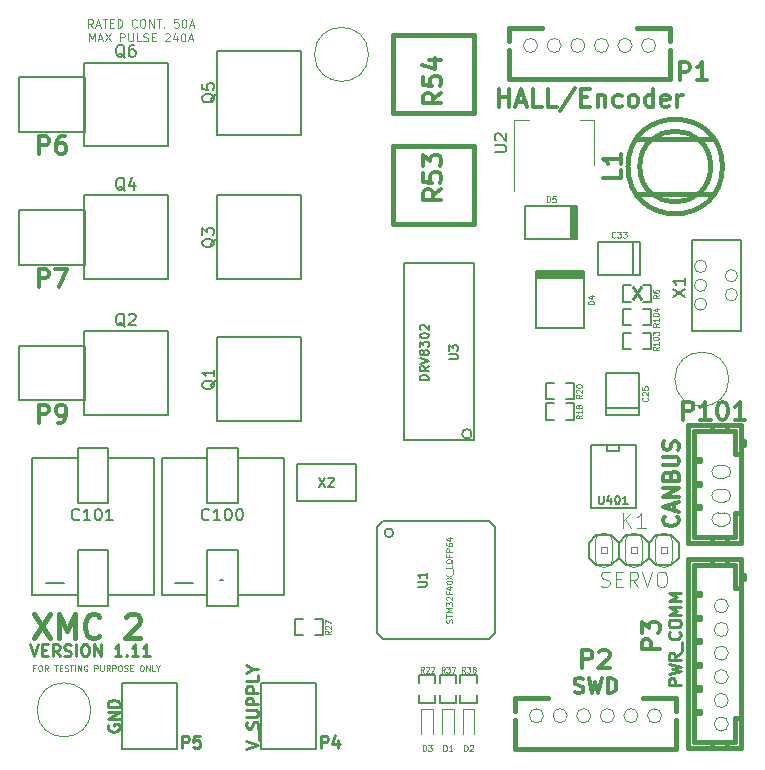
<source format=gto>
G04 #@! TF.FileFunction,Legend,Top*
%FSLAX46Y46*%
G04 Gerber Fmt 4.6, Leading zero omitted, Abs format (unit mm)*
G04 Created by KiCad (PCBNEW 4.0.6) date 07/07/17 00:51:22*
%MOMM*%
%LPD*%
G01*
G04 APERTURE LIST*
%ADD10C,0.100000*%
%ADD11C,0.125000*%
%ADD12C,0.200000*%
%ADD13C,0.250000*%
%ADD14C,0.400000*%
%ADD15C,0.150000*%
%ADD16C,0.127000*%
%ADD17C,0.066040*%
%ADD18C,0.152400*%
%ADD19C,0.381000*%
%ADD20C,0.200660*%
%ADD21C,0.120000*%
%ADD22C,0.119380*%
%ADD23C,0.088900*%
%ADD24C,0.304800*%
%ADD25C,0.114300*%
%ADD26C,0.149860*%
%ADD27C,0.190500*%
G04 APERTURE END LIST*
D10*
D11*
X190216668Y-84729167D02*
X189983334Y-84395833D01*
X189816668Y-84729167D02*
X189816668Y-84029167D01*
X190083334Y-84029167D01*
X190150001Y-84062500D01*
X190183334Y-84095833D01*
X190216668Y-84162500D01*
X190216668Y-84262500D01*
X190183334Y-84329167D01*
X190150001Y-84362500D01*
X190083334Y-84395833D01*
X189816668Y-84395833D01*
X190483334Y-84529167D02*
X190816668Y-84529167D01*
X190416668Y-84729167D02*
X190650001Y-84029167D01*
X190883334Y-84729167D01*
X191016668Y-84029167D02*
X191416668Y-84029167D01*
X191216668Y-84729167D02*
X191216668Y-84029167D01*
X191650001Y-84362500D02*
X191883334Y-84362500D01*
X191983334Y-84729167D02*
X191650001Y-84729167D01*
X191650001Y-84029167D01*
X191983334Y-84029167D01*
X192283334Y-84729167D02*
X192283334Y-84029167D01*
X192450000Y-84029167D01*
X192550000Y-84062500D01*
X192616667Y-84129167D01*
X192650000Y-84195833D01*
X192683334Y-84329167D01*
X192683334Y-84429167D01*
X192650000Y-84562500D01*
X192616667Y-84629167D01*
X192550000Y-84695833D01*
X192450000Y-84729167D01*
X192283334Y-84729167D01*
X193916667Y-84662500D02*
X193883333Y-84695833D01*
X193783333Y-84729167D01*
X193716667Y-84729167D01*
X193616667Y-84695833D01*
X193550000Y-84629167D01*
X193516667Y-84562500D01*
X193483333Y-84429167D01*
X193483333Y-84329167D01*
X193516667Y-84195833D01*
X193550000Y-84129167D01*
X193616667Y-84062500D01*
X193716667Y-84029167D01*
X193783333Y-84029167D01*
X193883333Y-84062500D01*
X193916667Y-84095833D01*
X194350000Y-84029167D02*
X194483333Y-84029167D01*
X194550000Y-84062500D01*
X194616667Y-84129167D01*
X194650000Y-84262500D01*
X194650000Y-84495833D01*
X194616667Y-84629167D01*
X194550000Y-84695833D01*
X194483333Y-84729167D01*
X194350000Y-84729167D01*
X194283333Y-84695833D01*
X194216667Y-84629167D01*
X194183333Y-84495833D01*
X194183333Y-84262500D01*
X194216667Y-84129167D01*
X194283333Y-84062500D01*
X194350000Y-84029167D01*
X194950000Y-84729167D02*
X194950000Y-84029167D01*
X195350000Y-84729167D01*
X195350000Y-84029167D01*
X195583333Y-84029167D02*
X195983333Y-84029167D01*
X195783333Y-84729167D02*
X195783333Y-84029167D01*
X196216666Y-84662500D02*
X196249999Y-84695833D01*
X196216666Y-84729167D01*
X196183332Y-84695833D01*
X196216666Y-84662500D01*
X196216666Y-84729167D01*
X197416665Y-84029167D02*
X197083332Y-84029167D01*
X197049998Y-84362500D01*
X197083332Y-84329167D01*
X197149998Y-84295833D01*
X197316665Y-84295833D01*
X197383332Y-84329167D01*
X197416665Y-84362500D01*
X197449998Y-84429167D01*
X197449998Y-84595833D01*
X197416665Y-84662500D01*
X197383332Y-84695833D01*
X197316665Y-84729167D01*
X197149998Y-84729167D01*
X197083332Y-84695833D01*
X197049998Y-84662500D01*
X197883332Y-84029167D02*
X197949999Y-84029167D01*
X198016665Y-84062500D01*
X198049999Y-84095833D01*
X198083332Y-84162500D01*
X198116665Y-84295833D01*
X198116665Y-84462500D01*
X198083332Y-84595833D01*
X198049999Y-84662500D01*
X198016665Y-84695833D01*
X197949999Y-84729167D01*
X197883332Y-84729167D01*
X197816665Y-84695833D01*
X197783332Y-84662500D01*
X197749999Y-84595833D01*
X197716665Y-84462500D01*
X197716665Y-84295833D01*
X197749999Y-84162500D01*
X197783332Y-84095833D01*
X197816665Y-84062500D01*
X197883332Y-84029167D01*
X198383332Y-84529167D02*
X198716666Y-84529167D01*
X198316666Y-84729167D02*
X198549999Y-84029167D01*
X198783332Y-84729167D01*
X189900000Y-85904167D02*
X189900000Y-85204167D01*
X190133333Y-85704167D01*
X190366666Y-85204167D01*
X190366666Y-85904167D01*
X190666666Y-85704167D02*
X191000000Y-85704167D01*
X190600000Y-85904167D02*
X190833333Y-85204167D01*
X191066666Y-85904167D01*
X191233333Y-85204167D02*
X191700000Y-85904167D01*
X191700000Y-85204167D02*
X191233333Y-85904167D01*
X192500000Y-85904167D02*
X192500000Y-85204167D01*
X192766666Y-85204167D01*
X192833333Y-85237500D01*
X192866666Y-85270833D01*
X192900000Y-85337500D01*
X192900000Y-85437500D01*
X192866666Y-85504167D01*
X192833333Y-85537500D01*
X192766666Y-85570833D01*
X192500000Y-85570833D01*
X193200000Y-85204167D02*
X193200000Y-85770833D01*
X193233333Y-85837500D01*
X193266666Y-85870833D01*
X193333333Y-85904167D01*
X193466666Y-85904167D01*
X193533333Y-85870833D01*
X193566666Y-85837500D01*
X193600000Y-85770833D01*
X193600000Y-85204167D01*
X194266666Y-85904167D02*
X193933333Y-85904167D01*
X193933333Y-85204167D01*
X194466666Y-85870833D02*
X194566666Y-85904167D01*
X194733333Y-85904167D01*
X194800000Y-85870833D01*
X194833333Y-85837500D01*
X194866666Y-85770833D01*
X194866666Y-85704167D01*
X194833333Y-85637500D01*
X194800000Y-85604167D01*
X194733333Y-85570833D01*
X194600000Y-85537500D01*
X194533333Y-85504167D01*
X194500000Y-85470833D01*
X194466666Y-85404167D01*
X194466666Y-85337500D01*
X194500000Y-85270833D01*
X194533333Y-85237500D01*
X194600000Y-85204167D01*
X194766666Y-85204167D01*
X194866666Y-85237500D01*
X195166667Y-85537500D02*
X195400000Y-85537500D01*
X195500000Y-85904167D02*
X195166667Y-85904167D01*
X195166667Y-85204167D01*
X195500000Y-85204167D01*
X196299999Y-85270833D02*
X196333333Y-85237500D01*
X196399999Y-85204167D01*
X196566666Y-85204167D01*
X196633333Y-85237500D01*
X196666666Y-85270833D01*
X196699999Y-85337500D01*
X196699999Y-85404167D01*
X196666666Y-85504167D01*
X196266666Y-85904167D01*
X196699999Y-85904167D01*
X197300000Y-85437500D02*
X197300000Y-85904167D01*
X197133333Y-85170833D02*
X196966666Y-85670833D01*
X197400000Y-85670833D01*
X197800000Y-85204167D02*
X197866667Y-85204167D01*
X197933333Y-85237500D01*
X197966667Y-85270833D01*
X198000000Y-85337500D01*
X198033333Y-85470833D01*
X198033333Y-85637500D01*
X198000000Y-85770833D01*
X197966667Y-85837500D01*
X197933333Y-85870833D01*
X197866667Y-85904167D01*
X197800000Y-85904167D01*
X197733333Y-85870833D01*
X197700000Y-85837500D01*
X197666667Y-85770833D01*
X197633333Y-85637500D01*
X197633333Y-85470833D01*
X197666667Y-85337500D01*
X197700000Y-85270833D01*
X197733333Y-85237500D01*
X197800000Y-85204167D01*
X198300000Y-85704167D02*
X198633334Y-85704167D01*
X198233334Y-85904167D02*
X198466667Y-85204167D01*
X198700000Y-85904167D01*
D12*
X201250000Y-131500000D02*
X201000000Y-131500000D01*
D13*
X236583333Y-106702381D02*
X235916666Y-107702381D01*
X235916666Y-106702381D02*
X236583333Y-107702381D01*
X191500000Y-143761904D02*
X191452381Y-143857142D01*
X191452381Y-143999999D01*
X191500000Y-144142857D01*
X191595238Y-144238095D01*
X191690476Y-144285714D01*
X191880952Y-144333333D01*
X192023810Y-144333333D01*
X192214286Y-144285714D01*
X192309524Y-144238095D01*
X192404762Y-144142857D01*
X192452381Y-143999999D01*
X192452381Y-143904761D01*
X192404762Y-143761904D01*
X192357143Y-143714285D01*
X192023810Y-143714285D01*
X192023810Y-143904761D01*
X192452381Y-143285714D02*
X191452381Y-143285714D01*
X192452381Y-142714285D01*
X191452381Y-142714285D01*
X192452381Y-142238095D02*
X191452381Y-142238095D01*
X191452381Y-142000000D01*
X191500000Y-141857142D01*
X191595238Y-141761904D01*
X191690476Y-141714285D01*
X191880952Y-141666666D01*
X192023810Y-141666666D01*
X192214286Y-141714285D01*
X192309524Y-141761904D01*
X192404762Y-141857142D01*
X192452381Y-142000000D01*
X192452381Y-142238095D01*
X203202381Y-145797619D02*
X204202381Y-145464286D01*
X203202381Y-145130952D01*
X204297619Y-145035714D02*
X204297619Y-144273809D01*
X204154762Y-144083333D02*
X204202381Y-143940476D01*
X204202381Y-143702380D01*
X204154762Y-143607142D01*
X204107143Y-143559523D01*
X204011905Y-143511904D01*
X203916667Y-143511904D01*
X203821429Y-143559523D01*
X203773810Y-143607142D01*
X203726190Y-143702380D01*
X203678571Y-143892857D01*
X203630952Y-143988095D01*
X203583333Y-144035714D01*
X203488095Y-144083333D01*
X203392857Y-144083333D01*
X203297619Y-144035714D01*
X203250000Y-143988095D01*
X203202381Y-143892857D01*
X203202381Y-143654761D01*
X203250000Y-143511904D01*
X203202381Y-143083333D02*
X204011905Y-143083333D01*
X204107143Y-143035714D01*
X204154762Y-142988095D01*
X204202381Y-142892857D01*
X204202381Y-142702380D01*
X204154762Y-142607142D01*
X204107143Y-142559523D01*
X204011905Y-142511904D01*
X203202381Y-142511904D01*
X204202381Y-142035714D02*
X203202381Y-142035714D01*
X203202381Y-141654761D01*
X203250000Y-141559523D01*
X203297619Y-141511904D01*
X203392857Y-141464285D01*
X203535714Y-141464285D01*
X203630952Y-141511904D01*
X203678571Y-141559523D01*
X203726190Y-141654761D01*
X203726190Y-142035714D01*
X204202381Y-141035714D02*
X203202381Y-141035714D01*
X203202381Y-140654761D01*
X203250000Y-140559523D01*
X203297619Y-140511904D01*
X203392857Y-140464285D01*
X203535714Y-140464285D01*
X203630952Y-140511904D01*
X203678571Y-140559523D01*
X203726190Y-140654761D01*
X203726190Y-141035714D01*
X204202381Y-139559523D02*
X204202381Y-140035714D01*
X203202381Y-140035714D01*
X203726190Y-139035714D02*
X204202381Y-139035714D01*
X203202381Y-139369047D02*
X203726190Y-139035714D01*
X203202381Y-138702380D01*
D11*
X185333334Y-138964286D02*
X185166668Y-138964286D01*
X185166668Y-139226190D02*
X185166668Y-138726190D01*
X185404763Y-138726190D01*
X185690477Y-138726190D02*
X185785715Y-138726190D01*
X185833334Y-138750000D01*
X185880953Y-138797619D01*
X185904762Y-138892857D01*
X185904762Y-139059524D01*
X185880953Y-139154762D01*
X185833334Y-139202381D01*
X185785715Y-139226190D01*
X185690477Y-139226190D01*
X185642858Y-139202381D01*
X185595239Y-139154762D01*
X185571429Y-139059524D01*
X185571429Y-138892857D01*
X185595239Y-138797619D01*
X185642858Y-138750000D01*
X185690477Y-138726190D01*
X186404763Y-139226190D02*
X186238096Y-138988095D01*
X186119049Y-139226190D02*
X186119049Y-138726190D01*
X186309525Y-138726190D01*
X186357144Y-138750000D01*
X186380953Y-138773810D01*
X186404763Y-138821429D01*
X186404763Y-138892857D01*
X186380953Y-138940476D01*
X186357144Y-138964286D01*
X186309525Y-138988095D01*
X186119049Y-138988095D01*
X186928572Y-138726190D02*
X187214286Y-138726190D01*
X187071429Y-139226190D02*
X187071429Y-138726190D01*
X187380953Y-138964286D02*
X187547619Y-138964286D01*
X187619048Y-139226190D02*
X187380953Y-139226190D01*
X187380953Y-138726190D01*
X187619048Y-138726190D01*
X187809524Y-139202381D02*
X187880953Y-139226190D01*
X188000000Y-139226190D01*
X188047619Y-139202381D01*
X188071429Y-139178571D01*
X188095238Y-139130952D01*
X188095238Y-139083333D01*
X188071429Y-139035714D01*
X188047619Y-139011905D01*
X188000000Y-138988095D01*
X187904762Y-138964286D01*
X187857143Y-138940476D01*
X187833334Y-138916667D01*
X187809524Y-138869048D01*
X187809524Y-138821429D01*
X187833334Y-138773810D01*
X187857143Y-138750000D01*
X187904762Y-138726190D01*
X188023810Y-138726190D01*
X188095238Y-138750000D01*
X188238095Y-138726190D02*
X188523809Y-138726190D01*
X188380952Y-139226190D02*
X188380952Y-138726190D01*
X188690476Y-139226190D02*
X188690476Y-138726190D01*
X188928571Y-139226190D02*
X188928571Y-138726190D01*
X189214285Y-139226190D01*
X189214285Y-138726190D01*
X189714285Y-138750000D02*
X189666666Y-138726190D01*
X189595238Y-138726190D01*
X189523809Y-138750000D01*
X189476190Y-138797619D01*
X189452381Y-138845238D01*
X189428571Y-138940476D01*
X189428571Y-139011905D01*
X189452381Y-139107143D01*
X189476190Y-139154762D01*
X189523809Y-139202381D01*
X189595238Y-139226190D01*
X189642857Y-139226190D01*
X189714285Y-139202381D01*
X189738095Y-139178571D01*
X189738095Y-139011905D01*
X189642857Y-139011905D01*
X190333333Y-139226190D02*
X190333333Y-138726190D01*
X190523809Y-138726190D01*
X190571428Y-138750000D01*
X190595237Y-138773810D01*
X190619047Y-138821429D01*
X190619047Y-138892857D01*
X190595237Y-138940476D01*
X190571428Y-138964286D01*
X190523809Y-138988095D01*
X190333333Y-138988095D01*
X190833333Y-138726190D02*
X190833333Y-139130952D01*
X190857142Y-139178571D01*
X190880952Y-139202381D01*
X190928571Y-139226190D01*
X191023809Y-139226190D01*
X191071428Y-139202381D01*
X191095237Y-139178571D01*
X191119047Y-139130952D01*
X191119047Y-138726190D01*
X191642857Y-139226190D02*
X191476190Y-138988095D01*
X191357143Y-139226190D02*
X191357143Y-138726190D01*
X191547619Y-138726190D01*
X191595238Y-138750000D01*
X191619047Y-138773810D01*
X191642857Y-138821429D01*
X191642857Y-138892857D01*
X191619047Y-138940476D01*
X191595238Y-138964286D01*
X191547619Y-138988095D01*
X191357143Y-138988095D01*
X191857143Y-139226190D02*
X191857143Y-138726190D01*
X192047619Y-138726190D01*
X192095238Y-138750000D01*
X192119047Y-138773810D01*
X192142857Y-138821429D01*
X192142857Y-138892857D01*
X192119047Y-138940476D01*
X192095238Y-138964286D01*
X192047619Y-138988095D01*
X191857143Y-138988095D01*
X192452381Y-138726190D02*
X192547619Y-138726190D01*
X192595238Y-138750000D01*
X192642857Y-138797619D01*
X192666666Y-138892857D01*
X192666666Y-139059524D01*
X192642857Y-139154762D01*
X192595238Y-139202381D01*
X192547619Y-139226190D01*
X192452381Y-139226190D01*
X192404762Y-139202381D01*
X192357143Y-139154762D01*
X192333333Y-139059524D01*
X192333333Y-138892857D01*
X192357143Y-138797619D01*
X192404762Y-138750000D01*
X192452381Y-138726190D01*
X192857143Y-139202381D02*
X192928572Y-139226190D01*
X193047619Y-139226190D01*
X193095238Y-139202381D01*
X193119048Y-139178571D01*
X193142857Y-139130952D01*
X193142857Y-139083333D01*
X193119048Y-139035714D01*
X193095238Y-139011905D01*
X193047619Y-138988095D01*
X192952381Y-138964286D01*
X192904762Y-138940476D01*
X192880953Y-138916667D01*
X192857143Y-138869048D01*
X192857143Y-138821429D01*
X192880953Y-138773810D01*
X192904762Y-138750000D01*
X192952381Y-138726190D01*
X193071429Y-138726190D01*
X193142857Y-138750000D01*
X193357143Y-138964286D02*
X193523809Y-138964286D01*
X193595238Y-139226190D02*
X193357143Y-139226190D01*
X193357143Y-138726190D01*
X193595238Y-138726190D01*
X194285714Y-138726190D02*
X194380952Y-138726190D01*
X194428571Y-138750000D01*
X194476190Y-138797619D01*
X194499999Y-138892857D01*
X194499999Y-139059524D01*
X194476190Y-139154762D01*
X194428571Y-139202381D01*
X194380952Y-139226190D01*
X194285714Y-139226190D01*
X194238095Y-139202381D01*
X194190476Y-139154762D01*
X194166666Y-139059524D01*
X194166666Y-138892857D01*
X194190476Y-138797619D01*
X194238095Y-138750000D01*
X194285714Y-138726190D01*
X194714286Y-139226190D02*
X194714286Y-138726190D01*
X195000000Y-139226190D01*
X195000000Y-138726190D01*
X195476191Y-139226190D02*
X195238096Y-139226190D01*
X195238096Y-138726190D01*
X195738096Y-138988095D02*
X195738096Y-139226190D01*
X195571429Y-138726190D02*
X195738096Y-138988095D01*
X195904762Y-138726190D01*
D13*
X184904762Y-136952381D02*
X185238095Y-137952381D01*
X185571429Y-136952381D01*
X185904762Y-137428571D02*
X186238096Y-137428571D01*
X186380953Y-137952381D02*
X185904762Y-137952381D01*
X185904762Y-136952381D01*
X186380953Y-136952381D01*
X187380953Y-137952381D02*
X187047619Y-137476190D01*
X186809524Y-137952381D02*
X186809524Y-136952381D01*
X187190477Y-136952381D01*
X187285715Y-137000000D01*
X187333334Y-137047619D01*
X187380953Y-137142857D01*
X187380953Y-137285714D01*
X187333334Y-137380952D01*
X187285715Y-137428571D01*
X187190477Y-137476190D01*
X186809524Y-137476190D01*
X187761905Y-137904762D02*
X187904762Y-137952381D01*
X188142858Y-137952381D01*
X188238096Y-137904762D01*
X188285715Y-137857143D01*
X188333334Y-137761905D01*
X188333334Y-137666667D01*
X188285715Y-137571429D01*
X188238096Y-137523810D01*
X188142858Y-137476190D01*
X187952381Y-137428571D01*
X187857143Y-137380952D01*
X187809524Y-137333333D01*
X187761905Y-137238095D01*
X187761905Y-137142857D01*
X187809524Y-137047619D01*
X187857143Y-137000000D01*
X187952381Y-136952381D01*
X188190477Y-136952381D01*
X188333334Y-137000000D01*
X188761905Y-137952381D02*
X188761905Y-136952381D01*
X189428571Y-136952381D02*
X189619048Y-136952381D01*
X189714286Y-137000000D01*
X189809524Y-137095238D01*
X189857143Y-137285714D01*
X189857143Y-137619048D01*
X189809524Y-137809524D01*
X189714286Y-137904762D01*
X189619048Y-137952381D01*
X189428571Y-137952381D01*
X189333333Y-137904762D01*
X189238095Y-137809524D01*
X189190476Y-137619048D01*
X189190476Y-137285714D01*
X189238095Y-137095238D01*
X189333333Y-137000000D01*
X189428571Y-136952381D01*
X190285714Y-137952381D02*
X190285714Y-136952381D01*
X190857143Y-137952381D01*
X190857143Y-136952381D01*
X192619048Y-137952381D02*
X192047619Y-137952381D01*
X192333333Y-137952381D02*
X192333333Y-136952381D01*
X192238095Y-137095238D01*
X192142857Y-137190476D01*
X192047619Y-137238095D01*
X193047619Y-137857143D02*
X193095238Y-137904762D01*
X193047619Y-137952381D01*
X193000000Y-137904762D01*
X193047619Y-137857143D01*
X193047619Y-137952381D01*
X194047619Y-137952381D02*
X193476190Y-137952381D01*
X193761904Y-137952381D02*
X193761904Y-136952381D01*
X193666666Y-137095238D01*
X193571428Y-137190476D01*
X193476190Y-137238095D01*
X195000000Y-137952381D02*
X194428571Y-137952381D01*
X194714285Y-137952381D02*
X194714285Y-136952381D01*
X194619047Y-137095238D01*
X194523809Y-137190476D01*
X194428571Y-137238095D01*
D14*
X185226190Y-134404762D02*
X186559524Y-136404762D01*
X186559524Y-134404762D02*
X185226190Y-136404762D01*
X187321428Y-136404762D02*
X187321428Y-134404762D01*
X187988095Y-135833333D01*
X188654762Y-134404762D01*
X188654762Y-136404762D01*
X190750000Y-136214286D02*
X190654762Y-136309524D01*
X190369047Y-136404762D01*
X190178571Y-136404762D01*
X189892857Y-136309524D01*
X189702381Y-136119048D01*
X189607142Y-135928571D01*
X189511904Y-135547619D01*
X189511904Y-135261905D01*
X189607142Y-134880952D01*
X189702381Y-134690476D01*
X189892857Y-134500000D01*
X190178571Y-134404762D01*
X190369047Y-134404762D01*
X190654762Y-134500000D01*
X190750000Y-134595238D01*
X193035714Y-134595238D02*
X193130952Y-134500000D01*
X193321429Y-134404762D01*
X193797619Y-134404762D01*
X193988095Y-134500000D01*
X194083333Y-134595238D01*
X194178572Y-134785714D01*
X194178572Y-134976190D01*
X194083333Y-135261905D01*
X192940476Y-136404762D01*
X194178572Y-136404762D01*
D15*
X240900000Y-110400000D02*
X244700000Y-110400000D01*
X240900000Y-102700000D02*
X244800000Y-102700000D01*
X240900000Y-102700000D02*
X240900000Y-110300000D01*
X245100000Y-110400000D02*
X244700000Y-110400000D01*
X245100000Y-102700000D02*
X244800000Y-102700000D01*
X245100000Y-102700000D02*
X245100000Y-110400000D01*
D16*
X236397000Y-116956500D02*
X233603000Y-116956500D01*
X236397000Y-117528000D02*
X236397000Y-113972000D01*
X236397000Y-113972000D02*
X233603000Y-113972000D01*
X233603000Y-113972000D02*
X233603000Y-117528000D01*
X233603000Y-117528000D02*
X236397000Y-117528000D01*
X235956500Y-102853000D02*
X235956500Y-105647000D01*
X236528000Y-102853000D02*
X232972000Y-102853000D01*
X232972000Y-102853000D02*
X232972000Y-105647000D01*
X232972000Y-105647000D02*
X236528000Y-105647000D01*
X236528000Y-105647000D02*
X236528000Y-102853000D01*
D17*
X236254000Y-128746000D02*
X235746000Y-128746000D01*
X235746000Y-128746000D02*
X235746000Y-129254000D01*
X236254000Y-129254000D02*
X235746000Y-129254000D01*
X236254000Y-128746000D02*
X236254000Y-129254000D01*
X238794000Y-128746000D02*
X238286000Y-128746000D01*
X238286000Y-128746000D02*
X238286000Y-129254000D01*
X238794000Y-129254000D02*
X238286000Y-129254000D01*
X238794000Y-128746000D02*
X238794000Y-129254000D01*
X233714000Y-128746000D02*
X233206000Y-128746000D01*
X233206000Y-128746000D02*
X233206000Y-129254000D01*
X233714000Y-129254000D02*
X233206000Y-129254000D01*
X233714000Y-128746000D02*
X233714000Y-129254000D01*
D18*
X239175000Y-130270000D02*
X237905000Y-130270000D01*
X237905000Y-130270000D02*
X237270000Y-129635000D01*
X237270000Y-129635000D02*
X237270000Y-128365000D01*
X237270000Y-128365000D02*
X237905000Y-127730000D01*
X237270000Y-129635000D02*
X236635000Y-130270000D01*
X236635000Y-130270000D02*
X235365000Y-130270000D01*
X235365000Y-130270000D02*
X234730000Y-129635000D01*
X234730000Y-129635000D02*
X234730000Y-128365000D01*
X234730000Y-128365000D02*
X235365000Y-127730000D01*
X235365000Y-127730000D02*
X236635000Y-127730000D01*
X236635000Y-127730000D02*
X237270000Y-128365000D01*
X239810000Y-129635000D02*
X239810000Y-128365000D01*
X239175000Y-130270000D02*
X239810000Y-129635000D01*
X239810000Y-128365000D02*
X239175000Y-127730000D01*
X237905000Y-127730000D02*
X239175000Y-127730000D01*
X234730000Y-129635000D02*
X234095000Y-130270000D01*
X234095000Y-130270000D02*
X232825000Y-130270000D01*
X232825000Y-130270000D02*
X232190000Y-129635000D01*
X232190000Y-129635000D02*
X232190000Y-128365000D01*
X232190000Y-128365000D02*
X232825000Y-127730000D01*
X232825000Y-127730000D02*
X234095000Y-127730000D01*
X234095000Y-127730000D02*
X234730000Y-128365000D01*
D19*
X242499740Y-96500000D02*
G75*
G03X242499740Y-96500000I-2999740J0D01*
G01*
X236299600Y-98801240D02*
X242700400Y-98801240D01*
X242700400Y-94198760D02*
X236299600Y-94198760D01*
X243500500Y-96500000D02*
G75*
G03X243500500Y-96500000I-4000500J0D01*
G01*
X225450420Y-84748860D02*
X225450420Y-85851220D01*
X225450420Y-89049080D02*
X225450420Y-86648780D01*
X239049580Y-84748860D02*
X239049580Y-85851220D01*
X239049580Y-89049080D02*
X239049580Y-86648780D01*
X236250500Y-84748860D02*
X239049580Y-84748860D01*
X239049580Y-89049080D02*
X225450420Y-89049080D01*
X225450420Y-84748860D02*
X228249500Y-84748860D01*
X225950420Y-141498860D02*
X225950420Y-142601220D01*
X225950420Y-145799080D02*
X225950420Y-143398780D01*
X239549580Y-141498860D02*
X239549580Y-142601220D01*
X239549580Y-145799080D02*
X239549580Y-143398780D01*
X236750500Y-141498860D02*
X239549580Y-141498860D01*
X239549580Y-145799080D02*
X225950420Y-145799080D01*
X225950420Y-141498860D02*
X228749500Y-141498860D01*
X245099260Y-129699000D02*
X245099260Y-145701000D01*
X241098760Y-145200620D02*
X241098760Y-130199380D01*
X240600920Y-129699000D02*
X240600920Y-145701000D01*
X241098760Y-142597120D02*
X241599140Y-142597120D01*
X241599140Y-142597120D02*
X241599140Y-142795240D01*
X241599140Y-142795240D02*
X241098760Y-142795240D01*
X241098760Y-138596620D02*
X241599140Y-138596620D01*
X241599140Y-138596620D02*
X241599140Y-138794740D01*
X241599140Y-138794740D02*
X241098760Y-138794740D01*
X241599140Y-140796260D02*
X241098760Y-140796260D01*
X241599140Y-140598140D02*
X241599140Y-140796260D01*
X241098760Y-140598140D02*
X241599140Y-140598140D01*
X241599140Y-134796780D02*
X241098760Y-134796780D01*
X241599140Y-134598660D02*
X241599140Y-134796780D01*
X241098760Y-134598660D02*
X241599140Y-134598660D01*
X241599140Y-132795260D02*
X241098760Y-132795260D01*
X241599140Y-132597140D02*
X241599140Y-132795260D01*
X241098760Y-132597140D02*
X241599140Y-132597140D01*
X241098760Y-136597640D02*
X241599140Y-136597640D01*
X241599140Y-136597640D02*
X241599140Y-136795760D01*
X241599140Y-136795760D02*
X241098760Y-136795760D01*
X243900380Y-145698460D02*
X243900380Y-145198080D01*
X242599900Y-145198080D02*
X242599900Y-145698460D01*
X242599900Y-130196840D02*
X242599900Y-129696460D01*
X243900380Y-130196840D02*
X243900380Y-129696460D01*
X245099260Y-132195820D02*
X244598880Y-132195820D01*
X244598880Y-132195820D02*
X244598880Y-130196840D01*
X244598880Y-130196840D02*
X241098760Y-130196840D01*
X241098760Y-145198080D02*
X244598880Y-145198080D01*
X244598880Y-145198080D02*
X244598880Y-143199100D01*
X244598880Y-143199100D02*
X245099260Y-143199100D01*
X245099260Y-129696460D02*
X240600920Y-129696460D01*
X245099260Y-145698460D02*
X240600920Y-145698460D01*
X245099260Y-131395720D02*
X245299920Y-131395720D01*
X245299920Y-131395720D02*
X245299920Y-131096000D01*
X245299920Y-131096000D02*
X245099260Y-131096000D01*
D15*
X204450000Y-140200000D02*
X209050000Y-140200000D01*
X209050000Y-140200000D02*
X209050000Y-145800000D01*
X209050000Y-145800000D02*
X204450000Y-145800000D01*
X204450000Y-145800000D02*
X204450000Y-140200000D01*
X192700000Y-140200000D02*
X197300000Y-140200000D01*
X197300000Y-140200000D02*
X197300000Y-145800000D01*
X197300000Y-145800000D02*
X192700000Y-145800000D01*
X192700000Y-145800000D02*
X192700000Y-140200000D01*
X183950000Y-93550000D02*
X183950000Y-88950000D01*
X183950000Y-88950000D02*
X189550000Y-88950000D01*
X189550000Y-88950000D02*
X189550000Y-93550000D01*
X189550000Y-93550000D02*
X183950000Y-93550000D01*
X183950000Y-104800000D02*
X183950000Y-100200000D01*
X183950000Y-100200000D02*
X189550000Y-100200000D01*
X189550000Y-100200000D02*
X189550000Y-104800000D01*
X189550000Y-104800000D02*
X183950000Y-104800000D01*
X183950000Y-116300000D02*
X183950000Y-111700000D01*
X183950000Y-111700000D02*
X189550000Y-111700000D01*
X189550000Y-111700000D02*
X189550000Y-116300000D01*
X189550000Y-116300000D02*
X183950000Y-116300000D01*
D19*
X241599140Y-123449060D02*
X241098760Y-123449060D01*
X241599140Y-123250940D02*
X241599140Y-123449060D01*
X241098760Y-123250940D02*
X241599140Y-123250940D01*
X240600920Y-118348740D02*
X240600920Y-128351260D01*
X241098760Y-127850880D02*
X241098760Y-118849120D01*
X245099260Y-118348740D02*
X245099260Y-128351260D01*
X241599140Y-121447540D02*
X241098760Y-121447540D01*
X241599140Y-121249420D02*
X241599140Y-121447540D01*
X241098760Y-121249420D02*
X241599140Y-121249420D01*
X241098760Y-125249920D02*
X241599140Y-125249920D01*
X241599140Y-125249920D02*
X241599140Y-125448040D01*
X241599140Y-125448040D02*
X241098760Y-125448040D01*
X243900380Y-128351260D02*
X243900380Y-127850880D01*
X242599900Y-127850880D02*
X242599900Y-128351260D01*
X242599900Y-118849120D02*
X242599900Y-118348740D01*
X243900380Y-118849120D02*
X243900380Y-118348740D01*
X245099260Y-120848100D02*
X244598880Y-120848100D01*
X244598880Y-120848100D02*
X244598880Y-118849120D01*
X244598880Y-118849120D02*
X241098760Y-118849120D01*
X241098760Y-127850880D02*
X244598880Y-127850880D01*
X244598880Y-127850880D02*
X244598880Y-125851900D01*
X244598880Y-125851900D02*
X245099260Y-125851900D01*
X245099260Y-118348740D02*
X240600920Y-118348740D01*
X245099260Y-128351260D02*
X240600920Y-128351260D01*
X245099260Y-120048000D02*
X245299920Y-120048000D01*
X245299920Y-120048000D02*
X245299920Y-119748280D01*
X245299920Y-119748280D02*
X245099260Y-119748280D01*
D16*
X236750380Y-107948500D02*
X237456500Y-107948500D01*
X237456500Y-107948500D02*
X237456500Y-106551500D01*
X237456500Y-106551500D02*
X236750380Y-106551500D01*
X235043500Y-107948500D02*
X235749620Y-107948500D01*
X235043500Y-107948500D02*
X235043500Y-106551500D01*
X235043500Y-106551500D02*
X235749620Y-106551500D01*
X229249620Y-116551500D02*
X228543500Y-116551500D01*
X228543500Y-116551500D02*
X228543500Y-117948500D01*
X228543500Y-117948500D02*
X229249620Y-117948500D01*
X230956500Y-116551500D02*
X230250380Y-116551500D01*
X230956500Y-116551500D02*
X230956500Y-117948500D01*
X230956500Y-117948500D02*
X230250380Y-117948500D01*
X229249620Y-114801500D02*
X228543500Y-114801500D01*
X228543500Y-114801500D02*
X228543500Y-116198500D01*
X228543500Y-116198500D02*
X229249620Y-116198500D01*
X230956500Y-114801500D02*
X230250380Y-114801500D01*
X230956500Y-114801500D02*
X230956500Y-116198500D01*
X230956500Y-116198500D02*
X230250380Y-116198500D01*
X217801500Y-141250380D02*
X217801500Y-141956500D01*
X217801500Y-141956500D02*
X219198500Y-141956500D01*
X219198500Y-141956500D02*
X219198500Y-141250380D01*
X217801500Y-139543500D02*
X217801500Y-140249620D01*
X217801500Y-139543500D02*
X219198500Y-139543500D01*
X219198500Y-139543500D02*
X219198500Y-140249620D01*
X207999620Y-134801500D02*
X207293500Y-134801500D01*
X207293500Y-134801500D02*
X207293500Y-136198500D01*
X207293500Y-136198500D02*
X207999620Y-136198500D01*
X209706500Y-134801500D02*
X209000380Y-134801500D01*
X209706500Y-134801500D02*
X209706500Y-136198500D01*
X209706500Y-136198500D02*
X209000380Y-136198500D01*
X219551500Y-141250380D02*
X219551500Y-141956500D01*
X219551500Y-141956500D02*
X220948500Y-141956500D01*
X220948500Y-141956500D02*
X220948500Y-141250380D01*
X219551500Y-139543500D02*
X219551500Y-140249620D01*
X219551500Y-139543500D02*
X220948500Y-139543500D01*
X220948500Y-139543500D02*
X220948500Y-140249620D01*
X221301500Y-141250380D02*
X221301500Y-141956500D01*
X221301500Y-141956500D02*
X222698500Y-141956500D01*
X222698500Y-141956500D02*
X222698500Y-141250380D01*
X221301500Y-139543500D02*
X221301500Y-140249620D01*
X221301500Y-139543500D02*
X222698500Y-139543500D01*
X222698500Y-139543500D02*
X222698500Y-140249620D01*
D19*
X222429000Y-101397000D02*
X222429000Y-94793000D01*
X222429000Y-94793000D02*
X215571000Y-94793000D01*
X215571000Y-94793000D02*
X215571000Y-101397000D01*
X215571000Y-101397000D02*
X222429000Y-101397000D01*
X215571000Y-85353000D02*
X215571000Y-91957000D01*
X215571000Y-91957000D02*
X222429000Y-91957000D01*
X222429000Y-91957000D02*
X222429000Y-85353000D01*
X222429000Y-85353000D02*
X215571000Y-85353000D01*
D16*
X235749620Y-110551500D02*
X235043500Y-110551500D01*
X235043500Y-110551500D02*
X235043500Y-111948500D01*
X235043500Y-111948500D02*
X235749620Y-111948500D01*
X237456500Y-110551500D02*
X236750380Y-110551500D01*
X237456500Y-110551500D02*
X237456500Y-111948500D01*
X237456500Y-111948500D02*
X236750380Y-111948500D01*
X235749620Y-108551500D02*
X235043500Y-108551500D01*
X235043500Y-108551500D02*
X235043500Y-109948500D01*
X235043500Y-109948500D02*
X235749620Y-109948500D01*
X237456500Y-108551500D02*
X236750380Y-108551500D01*
X237456500Y-108551500D02*
X237456500Y-109948500D01*
X237456500Y-109948500D02*
X236750380Y-109948500D01*
X214246200Y-135995800D02*
X214246200Y-127004200D01*
X214754200Y-136503800D02*
X223745800Y-136503800D01*
X224253800Y-127004200D02*
X224253800Y-135995800D01*
X214754200Y-126496200D02*
X223745800Y-126496200D01*
X215643200Y-127512200D02*
G75*
G03X215643200Y-127512200I-381000J0D01*
G01*
X214246200Y-127004200D02*
X214754200Y-126496200D01*
X214754200Y-136503800D02*
X214246200Y-135995800D01*
X224253800Y-135995800D02*
X223745800Y-136503800D01*
X223745800Y-126496200D02*
X224253800Y-127004200D01*
X222499740Y-119646480D02*
X222499740Y-104647780D01*
X216500260Y-104647780D02*
X216500260Y-119646480D01*
X216500260Y-104647780D02*
X222499740Y-104647780D01*
X222499740Y-119646480D02*
X216500260Y-119646480D01*
X222263718Y-119130860D02*
G75*
G03X222263718Y-119130860I-406598J0D01*
G01*
X232472000Y-120083000D02*
X232345000Y-120083000D01*
X232345000Y-120083000D02*
X232345000Y-125417000D01*
X236155000Y-125417000D02*
X236155000Y-120083000D01*
X236155000Y-120083000D02*
X232472000Y-120083000D01*
X234758000Y-120083000D02*
X234758000Y-120591000D01*
X234758000Y-120591000D02*
X233742000Y-120591000D01*
X233742000Y-120591000D02*
X233742000Y-120083000D01*
X236155000Y-125417000D02*
X232345000Y-125417000D01*
D20*
X212499360Y-124850200D02*
X207500640Y-124850200D01*
X207500640Y-124850200D02*
X207500640Y-121649800D01*
X207500640Y-121649800D02*
X212499360Y-121649800D01*
X212499360Y-121649800D02*
X212499360Y-124850200D01*
D15*
X196550920Y-94800920D02*
X189449080Y-94800920D01*
X189449080Y-94800920D02*
X189449080Y-87699080D01*
X189449080Y-87699080D02*
X196550920Y-87699080D01*
X196550920Y-87699080D02*
X196550920Y-94800920D01*
X200699080Y-93800920D02*
X200699080Y-86699080D01*
X200699080Y-86699080D02*
X207800920Y-86699080D01*
X207800920Y-86699080D02*
X207800920Y-93800920D01*
X207800920Y-93800920D02*
X200699080Y-93800920D01*
X196550920Y-106050920D02*
X189449080Y-106050920D01*
X189449080Y-106050920D02*
X189449080Y-98949080D01*
X189449080Y-98949080D02*
X196550920Y-98949080D01*
X196550920Y-98949080D02*
X196550920Y-106050920D01*
X200699080Y-106050920D02*
X200699080Y-98949080D01*
X200699080Y-98949080D02*
X207800920Y-98949080D01*
X207800920Y-98949080D02*
X207800920Y-106050920D01*
X207800920Y-106050920D02*
X200699080Y-106050920D01*
X196550920Y-117550920D02*
X189449080Y-117550920D01*
X189449080Y-117550920D02*
X189449080Y-110449080D01*
X189449080Y-110449080D02*
X196550920Y-110449080D01*
X196550920Y-110449080D02*
X196550920Y-117550920D01*
X200699080Y-118050920D02*
X200699080Y-110949080D01*
X200699080Y-110949080D02*
X207800920Y-110949080D01*
X207800920Y-110949080D02*
X207800920Y-118050920D01*
X207800920Y-118050920D02*
X200699080Y-118050920D01*
D21*
X222500000Y-142450000D02*
X221500000Y-142450000D01*
X221500000Y-142450000D02*
X221500000Y-144550000D01*
X222500000Y-142450000D02*
X222500000Y-144550000D01*
X220750000Y-142450000D02*
X219750000Y-142450000D01*
X219750000Y-142450000D02*
X219750000Y-144550000D01*
X220750000Y-142450000D02*
X220750000Y-144550000D01*
X219000000Y-142450000D02*
X218000000Y-142450000D01*
X218000000Y-142450000D02*
X218000000Y-144550000D01*
X219000000Y-142450000D02*
X219000000Y-144550000D01*
D16*
X231100580Y-102649540D02*
X231100580Y-99850460D01*
X230998980Y-99850460D02*
X230998980Y-102649540D01*
X230899920Y-102649540D02*
X230899920Y-99850460D01*
X230800860Y-99850460D02*
X230800860Y-102649540D01*
X230699260Y-99850460D02*
X230699260Y-102649540D01*
X231199640Y-99850460D02*
X226800360Y-99850460D01*
X226800360Y-99850460D02*
X226800360Y-102649540D01*
X226800360Y-102649540D02*
X231199640Y-102649540D01*
X231199640Y-102649540D02*
X231199640Y-99850460D01*
D21*
X232660000Y-92590000D02*
X231400000Y-92590000D01*
X225840000Y-92590000D02*
X227100000Y-92590000D01*
X232660000Y-96350000D02*
X232660000Y-92590000D01*
X225840000Y-98600000D02*
X225840000Y-92590000D01*
X190036000Y-142500000D02*
G75*
G03X190036000Y-142500000I-2286000J0D01*
G01*
X213536000Y-87000000D02*
G75*
G03X213536000Y-87000000I-2286000J0D01*
G01*
X244036000Y-114500000D02*
G75*
G03X244036000Y-114500000I-2286000J0D01*
G01*
D16*
X227751020Y-105448760D02*
X231748980Y-105448760D01*
X231748980Y-105550360D02*
X227751020Y-105550360D01*
X227751020Y-105649420D02*
X231748980Y-105649420D01*
X231748980Y-105751020D02*
X227751020Y-105751020D01*
X227751020Y-105850080D02*
X231748980Y-105850080D01*
X227751020Y-105949140D02*
X231748980Y-105949140D01*
X227751020Y-105349700D02*
X231748980Y-105349700D01*
X231748980Y-105349700D02*
X231748980Y-110150300D01*
X231748980Y-110150300D02*
X227751020Y-110150300D01*
X227751020Y-110150300D02*
X227751020Y-105349700D01*
D15*
X196050000Y-121200000D02*
X199900000Y-121200000D01*
X206350000Y-121200000D02*
X202550000Y-121200000D01*
X202500000Y-121200000D02*
X202500000Y-120300000D01*
X202500000Y-120300000D02*
X199900000Y-120300000D01*
X199900000Y-120300000D02*
X199900000Y-125000000D01*
X199900000Y-125000000D02*
X202500000Y-125000000D01*
X202500000Y-125000000D02*
X202500000Y-121200000D01*
X202500000Y-132800000D02*
X202500000Y-129000000D01*
X202500000Y-129000000D02*
X199900000Y-129000000D01*
X199900000Y-129000000D02*
X199900000Y-132800000D01*
X196150000Y-132800000D02*
X196050000Y-132800000D01*
X206350000Y-132800000D02*
X202500000Y-132800000D01*
X202500000Y-133700000D02*
X202500000Y-133600000D01*
X199900000Y-132800000D02*
X196100000Y-132800000D01*
X202500000Y-133700000D02*
X199900000Y-133700000D01*
X199900000Y-133700000D02*
X199900000Y-132800000D01*
X202500000Y-132800000D02*
X202500000Y-133600000D01*
X206350000Y-132800000D02*
X206350000Y-127000000D01*
X206350000Y-127000000D02*
X206350000Y-121200000D01*
X196050000Y-121200000D02*
X196050000Y-132800000D01*
X185050000Y-121200000D02*
X188900000Y-121200000D01*
X195350000Y-121200000D02*
X191550000Y-121200000D01*
X191500000Y-121200000D02*
X191500000Y-120300000D01*
X191500000Y-120300000D02*
X188900000Y-120300000D01*
X188900000Y-120300000D02*
X188900000Y-125000000D01*
X188900000Y-125000000D02*
X191500000Y-125000000D01*
X191500000Y-125000000D02*
X191500000Y-121200000D01*
X191500000Y-132800000D02*
X191500000Y-129000000D01*
X191500000Y-129000000D02*
X188900000Y-129000000D01*
X188900000Y-129000000D02*
X188900000Y-132800000D01*
X185150000Y-132800000D02*
X185050000Y-132800000D01*
X195350000Y-132800000D02*
X191500000Y-132800000D01*
X191500000Y-133700000D02*
X191500000Y-133600000D01*
X188900000Y-132800000D02*
X185100000Y-132800000D01*
X191500000Y-133700000D02*
X188900000Y-133700000D01*
X188900000Y-133700000D02*
X188900000Y-132800000D01*
X191500000Y-132800000D02*
X191500000Y-133600000D01*
X195350000Y-132800000D02*
X195350000Y-127000000D01*
X195350000Y-127000000D02*
X195350000Y-121200000D01*
X185050000Y-121200000D02*
X185050000Y-132800000D01*
D10*
X242171500Y-104950000D02*
G75*
G03X242171500Y-104950000I-521500J0D01*
G01*
X244771500Y-105750000D02*
G75*
G03X244771500Y-105750000I-521500J0D01*
G01*
X242171500Y-106550000D02*
G75*
G03X242171500Y-106550000I-521500J0D01*
G01*
X244771500Y-107350000D02*
G75*
G03X244771500Y-107350000I-521500J0D01*
G01*
X242171500Y-108150000D02*
G75*
G03X242171500Y-108150000I-521500J0D01*
G01*
X239252000Y-129762000D02*
X239252000Y-128238000D01*
X237828000Y-129762000D02*
X237828000Y-128238000D01*
X239252000Y-128238000D02*
G75*
G03X237828000Y-128238000I-712000J0D01*
G01*
X237828000Y-129762000D02*
G75*
G03X239252000Y-129762000I712000J0D01*
G01*
X236712000Y-129762000D02*
X236712000Y-128238000D01*
X235288000Y-129762000D02*
X235288000Y-128238000D01*
X236712000Y-128238000D02*
G75*
G03X235288000Y-128238000I-712000J0D01*
G01*
X235288000Y-129762000D02*
G75*
G03X236712000Y-129762000I712000J0D01*
G01*
X234172000Y-129762000D02*
X234172000Y-128238000D01*
X232748000Y-129762000D02*
X232748000Y-128238000D01*
X234172000Y-128238000D02*
G75*
G03X232748000Y-128238000I-712000J0D01*
G01*
X232748000Y-129762000D02*
G75*
G03X234172000Y-129762000I712000J0D01*
G01*
X233851000Y-86250000D02*
G75*
G03X233851000Y-86250000I-600240J0D01*
G01*
X231849480Y-86250000D02*
G75*
G03X231849480Y-86250000I-600240J0D01*
G01*
X229850500Y-86250000D02*
G75*
G03X229850500Y-86250000I-600240J0D01*
G01*
X227848980Y-86250000D02*
G75*
G03X227848980Y-86250000I-600240J0D01*
G01*
X235849980Y-86250000D02*
G75*
G03X235849980Y-86250000I-600240J0D01*
G01*
X237851500Y-86250000D02*
G75*
G03X237851500Y-86250000I-600240J0D01*
G01*
X234351000Y-143000000D02*
G75*
G03X234351000Y-143000000I-600240J0D01*
G01*
X232349480Y-143000000D02*
G75*
G03X232349480Y-143000000I-600240J0D01*
G01*
X230350500Y-143000000D02*
G75*
G03X230350500Y-143000000I-600240J0D01*
G01*
X228348980Y-143000000D02*
G75*
G03X228348980Y-143000000I-600240J0D01*
G01*
X236349980Y-143000000D02*
G75*
G03X236349980Y-143000000I-600240J0D01*
G01*
X238351500Y-143000000D02*
G75*
G03X238351500Y-143000000I-600240J0D01*
G01*
X244000000Y-135698480D02*
G75*
G03X244000000Y-135698480I-600000J0D01*
G01*
X244000000Y-133696960D02*
G75*
G03X244000000Y-133696960I-600000J0D01*
G01*
X244000000Y-137697460D02*
G75*
G03X244000000Y-137697460I-600000J0D01*
G01*
X244000000Y-139698980D02*
G75*
G03X244000000Y-139698980I-600000J0D01*
G01*
X244000000Y-141700500D02*
G75*
G03X244000000Y-141700500I-600000J0D01*
G01*
X244000000Y-143699480D02*
G75*
G03X244000000Y-143699480I-600000J0D01*
G01*
X243650190Y-123801320D02*
X243149810Y-123801320D01*
X243650190Y-124900200D02*
X243149810Y-124900200D01*
X243149810Y-123801320D02*
G75*
G03X243149810Y-124900200I0J-549440D01*
G01*
X243650190Y-124900200D02*
G75*
G03X243650190Y-123801320I0J549440D01*
G01*
X243650190Y-121799800D02*
X243149810Y-121799800D01*
X243650190Y-122898680D02*
X243149810Y-122898680D01*
X243149810Y-121799800D02*
G75*
G03X243149810Y-122898680I0J-549440D01*
G01*
X243650190Y-122898680D02*
G75*
G03X243650190Y-121799800I0J549440D01*
G01*
X243650190Y-125800300D02*
X243149810Y-125800300D01*
X243650190Y-126899180D02*
X243149810Y-126899180D01*
X243149810Y-125800300D02*
G75*
G03X243149810Y-126899180I0J-549440D01*
G01*
X243650190Y-126899180D02*
G75*
G03X243650190Y-125800300I0J549440D01*
G01*
D15*
X239302381Y-107509524D02*
X240302381Y-106842857D01*
X239302381Y-106842857D02*
X240302381Y-107509524D01*
X240302381Y-105938095D02*
X240302381Y-106509524D01*
X240302381Y-106223810D02*
X239302381Y-106223810D01*
X239445238Y-106319048D01*
X239540476Y-106414286D01*
X239588095Y-106509524D01*
D22*
X237147207Y-116071672D02*
X237171035Y-116095500D01*
X237194862Y-116166983D01*
X237194862Y-116214638D01*
X237171035Y-116286121D01*
X237123380Y-116333776D01*
X237075724Y-116357604D01*
X236980414Y-116381432D01*
X236908931Y-116381432D01*
X236813620Y-116357604D01*
X236765965Y-116333776D01*
X236718310Y-116286121D01*
X236694482Y-116214638D01*
X236694482Y-116166983D01*
X236718310Y-116095500D01*
X236742138Y-116071672D01*
X236742138Y-115881052D02*
X236718310Y-115857224D01*
X236694482Y-115809569D01*
X236694482Y-115690431D01*
X236718310Y-115642775D01*
X236742138Y-115618948D01*
X236789793Y-115595120D01*
X236837448Y-115595120D01*
X236908931Y-115618948D01*
X237194862Y-115904879D01*
X237194862Y-115595120D01*
X236694482Y-115142396D02*
X236694482Y-115380672D01*
X236932759Y-115404500D01*
X236908931Y-115380672D01*
X236885103Y-115333017D01*
X236885103Y-115213879D01*
X236908931Y-115166223D01*
X236932759Y-115142396D01*
X236980414Y-115118568D01*
X237099552Y-115118568D01*
X237147207Y-115142396D01*
X237171035Y-115166223D01*
X237194862Y-115213879D01*
X237194862Y-115333017D01*
X237171035Y-115380672D01*
X237147207Y-115404500D01*
X234428328Y-102460207D02*
X234404500Y-102484035D01*
X234333017Y-102507862D01*
X234285362Y-102507862D01*
X234213879Y-102484035D01*
X234166224Y-102436380D01*
X234142396Y-102388724D01*
X234118568Y-102293414D01*
X234118568Y-102221931D01*
X234142396Y-102126620D01*
X234166224Y-102078965D01*
X234213879Y-102031310D01*
X234285362Y-102007482D01*
X234333017Y-102007482D01*
X234404500Y-102031310D01*
X234428328Y-102055138D01*
X234595121Y-102007482D02*
X234904880Y-102007482D01*
X234738087Y-102198103D01*
X234809569Y-102198103D01*
X234857225Y-102221931D01*
X234881052Y-102245759D01*
X234904880Y-102293414D01*
X234904880Y-102412552D01*
X234881052Y-102460207D01*
X234857225Y-102484035D01*
X234809569Y-102507862D01*
X234666604Y-102507862D01*
X234618948Y-102484035D01*
X234595121Y-102460207D01*
X235071673Y-102007482D02*
X235381432Y-102007482D01*
X235214639Y-102198103D01*
X235286121Y-102198103D01*
X235333777Y-102221931D01*
X235357604Y-102245759D01*
X235381432Y-102293414D01*
X235381432Y-102412552D01*
X235357604Y-102460207D01*
X235333777Y-102484035D01*
X235286121Y-102507862D01*
X235143156Y-102507862D01*
X235095500Y-102484035D01*
X235071673Y-102460207D01*
D23*
X235062619Y-127074524D02*
X235062619Y-125804524D01*
X235788333Y-127074524D02*
X235244048Y-126348810D01*
X235788333Y-125804524D02*
X235062619Y-126530238D01*
X236997857Y-127074524D02*
X236272143Y-127074524D01*
X236635000Y-127074524D02*
X236635000Y-125804524D01*
X236514048Y-125985952D01*
X236393095Y-126106905D01*
X236272143Y-126167381D01*
X233218096Y-132014048D02*
X233399524Y-132074524D01*
X233701905Y-132074524D01*
X233822858Y-132014048D01*
X233883334Y-131953571D01*
X233943810Y-131832619D01*
X233943810Y-131711667D01*
X233883334Y-131590714D01*
X233822858Y-131530238D01*
X233701905Y-131469762D01*
X233460001Y-131409286D01*
X233339048Y-131348810D01*
X233278572Y-131288333D01*
X233218096Y-131167381D01*
X233218096Y-131046429D01*
X233278572Y-130925476D01*
X233339048Y-130865000D01*
X233460001Y-130804524D01*
X233762381Y-130804524D01*
X233943810Y-130865000D01*
X234488096Y-131409286D02*
X234911429Y-131409286D01*
X235092858Y-132074524D02*
X234488096Y-132074524D01*
X234488096Y-130804524D01*
X235092858Y-130804524D01*
X236362858Y-132074524D02*
X235939525Y-131469762D01*
X235637144Y-132074524D02*
X235637144Y-130804524D01*
X236120953Y-130804524D01*
X236241906Y-130865000D01*
X236302382Y-130925476D01*
X236362858Y-131046429D01*
X236362858Y-131227857D01*
X236302382Y-131348810D01*
X236241906Y-131409286D01*
X236120953Y-131469762D01*
X235637144Y-131469762D01*
X236725715Y-130804524D02*
X237149049Y-132074524D01*
X237572382Y-130804524D01*
X238237620Y-130804524D02*
X238479524Y-130804524D01*
X238600477Y-130865000D01*
X238721429Y-130985952D01*
X238781905Y-131227857D01*
X238781905Y-131651190D01*
X238721429Y-131893095D01*
X238600477Y-132014048D01*
X238479524Y-132074524D01*
X238237620Y-132074524D01*
X238116667Y-132014048D01*
X237995715Y-131893095D01*
X237935239Y-131651190D01*
X237935239Y-131227857D01*
X237995715Y-130985952D01*
X238116667Y-130865000D01*
X238237620Y-130804524D01*
D24*
X234939429Y-96754000D02*
X234939429Y-97479714D01*
X233415429Y-97479714D01*
X234939429Y-95447714D02*
X234939429Y-96318571D01*
X234939429Y-95883143D02*
X233415429Y-95883143D01*
X233633143Y-96028286D01*
X233778286Y-96173428D01*
X233850857Y-96318571D01*
X239875143Y-89189429D02*
X239875143Y-87665429D01*
X240455715Y-87665429D01*
X240600857Y-87738000D01*
X240673429Y-87810571D01*
X240746000Y-87955714D01*
X240746000Y-88173429D01*
X240673429Y-88318571D01*
X240600857Y-88391143D01*
X240455715Y-88463714D01*
X239875143Y-88463714D01*
X242197429Y-89189429D02*
X241326572Y-89189429D01*
X241762000Y-89189429D02*
X241762000Y-87665429D01*
X241616857Y-87883143D01*
X241471715Y-88028286D01*
X241326572Y-88100857D01*
X224593715Y-91439429D02*
X224593715Y-89915429D01*
X224593715Y-90641143D02*
X225464572Y-90641143D01*
X225464572Y-91439429D02*
X225464572Y-89915429D01*
X226117715Y-91004000D02*
X226843429Y-91004000D01*
X225972572Y-91439429D02*
X226480572Y-89915429D01*
X226988572Y-91439429D01*
X228222286Y-91439429D02*
X227496572Y-91439429D01*
X227496572Y-89915429D01*
X229456000Y-91439429D02*
X228730286Y-91439429D01*
X228730286Y-89915429D01*
X231052572Y-89842857D02*
X229746286Y-91802286D01*
X231560571Y-90641143D02*
X232068571Y-90641143D01*
X232286285Y-91439429D02*
X231560571Y-91439429D01*
X231560571Y-89915429D01*
X232286285Y-89915429D01*
X232939428Y-90423429D02*
X232939428Y-91439429D01*
X232939428Y-90568571D02*
X233012000Y-90496000D01*
X233157142Y-90423429D01*
X233374857Y-90423429D01*
X233520000Y-90496000D01*
X233592571Y-90641143D01*
X233592571Y-91439429D01*
X234971428Y-91366857D02*
X234826285Y-91439429D01*
X234535999Y-91439429D01*
X234390857Y-91366857D01*
X234318285Y-91294286D01*
X234245714Y-91149143D01*
X234245714Y-90713714D01*
X234318285Y-90568571D01*
X234390857Y-90496000D01*
X234535999Y-90423429D01*
X234826285Y-90423429D01*
X234971428Y-90496000D01*
X235842285Y-91439429D02*
X235697143Y-91366857D01*
X235624571Y-91294286D01*
X235552000Y-91149143D01*
X235552000Y-90713714D01*
X235624571Y-90568571D01*
X235697143Y-90496000D01*
X235842285Y-90423429D01*
X236060000Y-90423429D01*
X236205143Y-90496000D01*
X236277714Y-90568571D01*
X236350285Y-90713714D01*
X236350285Y-91149143D01*
X236277714Y-91294286D01*
X236205143Y-91366857D01*
X236060000Y-91439429D01*
X235842285Y-91439429D01*
X237656571Y-91439429D02*
X237656571Y-89915429D01*
X237656571Y-91366857D02*
X237511428Y-91439429D01*
X237221142Y-91439429D01*
X237076000Y-91366857D01*
X237003428Y-91294286D01*
X236930857Y-91149143D01*
X236930857Y-90713714D01*
X237003428Y-90568571D01*
X237076000Y-90496000D01*
X237221142Y-90423429D01*
X237511428Y-90423429D01*
X237656571Y-90496000D01*
X238962857Y-91366857D02*
X238817714Y-91439429D01*
X238527428Y-91439429D01*
X238382285Y-91366857D01*
X238309714Y-91221714D01*
X238309714Y-90641143D01*
X238382285Y-90496000D01*
X238527428Y-90423429D01*
X238817714Y-90423429D01*
X238962857Y-90496000D01*
X239035428Y-90641143D01*
X239035428Y-90786286D01*
X238309714Y-90931429D01*
X239688571Y-91439429D02*
X239688571Y-90423429D01*
X239688571Y-90713714D02*
X239761143Y-90568571D01*
X239833714Y-90496000D01*
X239978857Y-90423429D01*
X240124000Y-90423429D01*
X231625143Y-138939429D02*
X231625143Y-137415429D01*
X232205715Y-137415429D01*
X232350857Y-137488000D01*
X232423429Y-137560571D01*
X232496000Y-137705714D01*
X232496000Y-137923429D01*
X232423429Y-138068571D01*
X232350857Y-138141143D01*
X232205715Y-138213714D01*
X231625143Y-138213714D01*
X233076572Y-137560571D02*
X233149143Y-137488000D01*
X233294286Y-137415429D01*
X233657143Y-137415429D01*
X233802286Y-137488000D01*
X233874857Y-137560571D01*
X233947429Y-137705714D01*
X233947429Y-137850857D01*
X233874857Y-138068571D01*
X233004000Y-138939429D01*
X233947429Y-138939429D01*
X230985715Y-141026190D02*
X231171429Y-141088095D01*
X231480953Y-141088095D01*
X231604763Y-141026190D01*
X231666667Y-140964286D01*
X231728572Y-140840476D01*
X231728572Y-140716667D01*
X231666667Y-140592857D01*
X231604763Y-140530952D01*
X231480953Y-140469048D01*
X231233334Y-140407143D01*
X231109525Y-140345238D01*
X231047620Y-140283333D01*
X230985715Y-140159524D01*
X230985715Y-140035714D01*
X231047620Y-139911905D01*
X231109525Y-139850000D01*
X231233334Y-139788095D01*
X231542858Y-139788095D01*
X231728572Y-139850000D01*
X232161905Y-139788095D02*
X232471429Y-141088095D01*
X232719048Y-140159524D01*
X232966667Y-141088095D01*
X233276191Y-139788095D01*
X233771429Y-141088095D02*
X233771429Y-139788095D01*
X234080953Y-139788095D01*
X234266667Y-139850000D01*
X234390476Y-139973810D01*
X234452381Y-140097619D01*
X234514286Y-140345238D01*
X234514286Y-140530952D01*
X234452381Y-140778571D01*
X234390476Y-140902381D01*
X234266667Y-141026190D01*
X234080953Y-141088095D01*
X233771429Y-141088095D01*
X238189429Y-137374857D02*
X236665429Y-137374857D01*
X236665429Y-136794285D01*
X236738000Y-136649143D01*
X236810571Y-136576571D01*
X236955714Y-136504000D01*
X237173429Y-136504000D01*
X237318571Y-136576571D01*
X237391143Y-136649143D01*
X237463714Y-136794285D01*
X237463714Y-137374857D01*
X236665429Y-135996000D02*
X236665429Y-135052571D01*
X237246000Y-135560571D01*
X237246000Y-135342857D01*
X237318571Y-135197714D01*
X237391143Y-135125143D01*
X237536286Y-135052571D01*
X237899143Y-135052571D01*
X238044286Y-135125143D01*
X238116857Y-135197714D01*
X238189429Y-135342857D01*
X238189429Y-135778285D01*
X238116857Y-135923428D01*
X238044286Y-135996000D01*
D13*
X239952381Y-140380952D02*
X238952381Y-140380952D01*
X238952381Y-139999999D01*
X239000000Y-139904761D01*
X239047619Y-139857142D01*
X239142857Y-139809523D01*
X239285714Y-139809523D01*
X239380952Y-139857142D01*
X239428571Y-139904761D01*
X239476190Y-139999999D01*
X239476190Y-140380952D01*
X238952381Y-139476190D02*
X239952381Y-139238095D01*
X239238095Y-139047618D01*
X239952381Y-138857142D01*
X238952381Y-138619047D01*
X239952381Y-137666666D02*
X239476190Y-138000000D01*
X239952381Y-138238095D02*
X238952381Y-138238095D01*
X238952381Y-137857142D01*
X239000000Y-137761904D01*
X239047619Y-137714285D01*
X239142857Y-137666666D01*
X239285714Y-137666666D01*
X239380952Y-137714285D01*
X239428571Y-137761904D01*
X239476190Y-137857142D01*
X239476190Y-138238095D01*
X240047619Y-137476190D02*
X240047619Y-136714285D01*
X239857143Y-135904761D02*
X239904762Y-135952380D01*
X239952381Y-136095237D01*
X239952381Y-136190475D01*
X239904762Y-136333333D01*
X239809524Y-136428571D01*
X239714286Y-136476190D01*
X239523810Y-136523809D01*
X239380952Y-136523809D01*
X239190476Y-136476190D01*
X239095238Y-136428571D01*
X239000000Y-136333333D01*
X238952381Y-136190475D01*
X238952381Y-136095237D01*
X239000000Y-135952380D01*
X239047619Y-135904761D01*
X238952381Y-135285714D02*
X238952381Y-135095237D01*
X239000000Y-134999999D01*
X239095238Y-134904761D01*
X239285714Y-134857142D01*
X239619048Y-134857142D01*
X239809524Y-134904761D01*
X239904762Y-134999999D01*
X239952381Y-135095237D01*
X239952381Y-135285714D01*
X239904762Y-135380952D01*
X239809524Y-135476190D01*
X239619048Y-135523809D01*
X239285714Y-135523809D01*
X239095238Y-135476190D01*
X239000000Y-135380952D01*
X238952381Y-135285714D01*
X239952381Y-134428571D02*
X238952381Y-134428571D01*
X239666667Y-134095237D01*
X238952381Y-133761904D01*
X239952381Y-133761904D01*
X239952381Y-133285714D02*
X238952381Y-133285714D01*
X239666667Y-132952380D01*
X238952381Y-132619047D01*
X239952381Y-132619047D01*
X209511905Y-145702381D02*
X209511905Y-144702381D01*
X209892858Y-144702381D01*
X209988096Y-144750000D01*
X210035715Y-144797619D01*
X210083334Y-144892857D01*
X210083334Y-145035714D01*
X210035715Y-145130952D01*
X209988096Y-145178571D01*
X209892858Y-145226190D01*
X209511905Y-145226190D01*
X210940477Y-145035714D02*
X210940477Y-145702381D01*
X210702381Y-144654762D02*
X210464286Y-145369048D01*
X211083334Y-145369048D01*
X197761905Y-145702381D02*
X197761905Y-144702381D01*
X198142858Y-144702381D01*
X198238096Y-144750000D01*
X198285715Y-144797619D01*
X198333334Y-144892857D01*
X198333334Y-145035714D01*
X198285715Y-145130952D01*
X198238096Y-145178571D01*
X198142858Y-145226190D01*
X197761905Y-145226190D01*
X199238096Y-144702381D02*
X198761905Y-144702381D01*
X198714286Y-145178571D01*
X198761905Y-145130952D01*
X198857143Y-145083333D01*
X199095239Y-145083333D01*
X199190477Y-145130952D01*
X199238096Y-145178571D01*
X199285715Y-145273810D01*
X199285715Y-145511905D01*
X199238096Y-145607143D01*
X199190477Y-145654762D01*
X199095239Y-145702381D01*
X198857143Y-145702381D01*
X198761905Y-145654762D01*
X198714286Y-145607143D01*
D24*
X185625143Y-95439429D02*
X185625143Y-93915429D01*
X186205715Y-93915429D01*
X186350857Y-93988000D01*
X186423429Y-94060571D01*
X186496000Y-94205714D01*
X186496000Y-94423429D01*
X186423429Y-94568571D01*
X186350857Y-94641143D01*
X186205715Y-94713714D01*
X185625143Y-94713714D01*
X187802286Y-93915429D02*
X187512000Y-93915429D01*
X187366857Y-93988000D01*
X187294286Y-94060571D01*
X187149143Y-94278286D01*
X187076572Y-94568571D01*
X187076572Y-95149143D01*
X187149143Y-95294286D01*
X187221715Y-95366857D01*
X187366857Y-95439429D01*
X187657143Y-95439429D01*
X187802286Y-95366857D01*
X187874857Y-95294286D01*
X187947429Y-95149143D01*
X187947429Y-94786286D01*
X187874857Y-94641143D01*
X187802286Y-94568571D01*
X187657143Y-94496000D01*
X187366857Y-94496000D01*
X187221715Y-94568571D01*
X187149143Y-94641143D01*
X187076572Y-94786286D01*
X185625143Y-106689429D02*
X185625143Y-105165429D01*
X186205715Y-105165429D01*
X186350857Y-105238000D01*
X186423429Y-105310571D01*
X186496000Y-105455714D01*
X186496000Y-105673429D01*
X186423429Y-105818571D01*
X186350857Y-105891143D01*
X186205715Y-105963714D01*
X185625143Y-105963714D01*
X187004000Y-105165429D02*
X188020000Y-105165429D01*
X187366857Y-106689429D01*
X185625143Y-118189429D02*
X185625143Y-116665429D01*
X186205715Y-116665429D01*
X186350857Y-116738000D01*
X186423429Y-116810571D01*
X186496000Y-116955714D01*
X186496000Y-117173429D01*
X186423429Y-117318571D01*
X186350857Y-117391143D01*
X186205715Y-117463714D01*
X185625143Y-117463714D01*
X187221715Y-118189429D02*
X187512000Y-118189429D01*
X187657143Y-118116857D01*
X187729715Y-118044286D01*
X187874857Y-117826571D01*
X187947429Y-117536286D01*
X187947429Y-116955714D01*
X187874857Y-116810571D01*
X187802286Y-116738000D01*
X187657143Y-116665429D01*
X187366857Y-116665429D01*
X187221715Y-116738000D01*
X187149143Y-116810571D01*
X187076572Y-116955714D01*
X187076572Y-117318571D01*
X187149143Y-117463714D01*
X187221715Y-117536286D01*
X187366857Y-117608857D01*
X187657143Y-117608857D01*
X187802286Y-117536286D01*
X187874857Y-117463714D01*
X187947429Y-117318571D01*
X240173714Y-117939429D02*
X240173714Y-116415429D01*
X240754286Y-116415429D01*
X240899428Y-116488000D01*
X240972000Y-116560571D01*
X241044571Y-116705714D01*
X241044571Y-116923429D01*
X240972000Y-117068571D01*
X240899428Y-117141143D01*
X240754286Y-117213714D01*
X240173714Y-117213714D01*
X242496000Y-117939429D02*
X241625143Y-117939429D01*
X242060571Y-117939429D02*
X242060571Y-116415429D01*
X241915428Y-116633143D01*
X241770286Y-116778286D01*
X241625143Y-116850857D01*
X243439429Y-116415429D02*
X243584572Y-116415429D01*
X243729715Y-116488000D01*
X243802286Y-116560571D01*
X243874857Y-116705714D01*
X243947429Y-116996000D01*
X243947429Y-117358857D01*
X243874857Y-117649143D01*
X243802286Y-117794286D01*
X243729715Y-117866857D01*
X243584572Y-117939429D01*
X243439429Y-117939429D01*
X243294286Y-117866857D01*
X243221715Y-117794286D01*
X243149143Y-117649143D01*
X243076572Y-117358857D01*
X243076572Y-116996000D01*
X243149143Y-116705714D01*
X243221715Y-116560571D01*
X243294286Y-116488000D01*
X243439429Y-116415429D01*
X245398858Y-117939429D02*
X244528001Y-117939429D01*
X244963429Y-117939429D02*
X244963429Y-116415429D01*
X244818286Y-116633143D01*
X244673144Y-116778286D01*
X244528001Y-116850857D01*
X239663126Y-126135714D02*
X239725030Y-126197619D01*
X239786935Y-126383333D01*
X239786935Y-126507143D01*
X239725030Y-126692857D01*
X239601221Y-126816666D01*
X239477411Y-126878571D01*
X239229792Y-126940476D01*
X239044078Y-126940476D01*
X238796459Y-126878571D01*
X238672650Y-126816666D01*
X238548840Y-126692857D01*
X238486935Y-126507143D01*
X238486935Y-126383333D01*
X238548840Y-126197619D01*
X238610745Y-126135714D01*
X239415507Y-125640476D02*
X239415507Y-125021428D01*
X239786935Y-125764285D02*
X238486935Y-125330952D01*
X239786935Y-124897619D01*
X239786935Y-124464285D02*
X238486935Y-124464285D01*
X239786935Y-123721428D01*
X238486935Y-123721428D01*
X239105983Y-122669047D02*
X239167888Y-122483333D01*
X239229792Y-122421428D01*
X239353602Y-122359523D01*
X239539316Y-122359523D01*
X239663126Y-122421428D01*
X239725030Y-122483333D01*
X239786935Y-122607142D01*
X239786935Y-123102380D01*
X238486935Y-123102380D01*
X238486935Y-122669047D01*
X238548840Y-122545237D01*
X238610745Y-122483333D01*
X238734554Y-122421428D01*
X238858364Y-122421428D01*
X238982173Y-122483333D01*
X239044078Y-122545237D01*
X239105983Y-122669047D01*
X239105983Y-123102380D01*
X238486935Y-121802380D02*
X239539316Y-121802380D01*
X239663126Y-121740475D01*
X239725030Y-121678571D01*
X239786935Y-121554761D01*
X239786935Y-121307142D01*
X239725030Y-121183333D01*
X239663126Y-121121428D01*
X239539316Y-121059523D01*
X238486935Y-121059523D01*
X239725030Y-120502380D02*
X239786935Y-120316666D01*
X239786935Y-120007142D01*
X239725030Y-119883332D01*
X239663126Y-119821428D01*
X239539316Y-119759523D01*
X239415507Y-119759523D01*
X239291697Y-119821428D01*
X239229792Y-119883332D01*
X239167888Y-120007142D01*
X239105983Y-120254761D01*
X239044078Y-120378570D01*
X238982173Y-120440475D01*
X238858364Y-120502380D01*
X238734554Y-120502380D01*
X238610745Y-120440475D01*
X238548840Y-120378570D01*
X238486935Y-120254761D01*
X238486935Y-119945237D01*
X238548840Y-119759523D01*
D25*
X238126362Y-107376200D02*
X237888086Y-107528600D01*
X238126362Y-107637457D02*
X237625982Y-107637457D01*
X237625982Y-107463285D01*
X237649810Y-107419743D01*
X237673638Y-107397971D01*
X237721293Y-107376200D01*
X237792776Y-107376200D01*
X237840431Y-107397971D01*
X237864259Y-107419743D01*
X237888086Y-107463285D01*
X237888086Y-107637457D01*
X237625982Y-106984314D02*
X237625982Y-107071400D01*
X237649810Y-107114943D01*
X237673638Y-107136714D01*
X237745120Y-107180257D01*
X237840431Y-107202028D01*
X238031052Y-107202028D01*
X238078707Y-107180257D01*
X238102535Y-107158485D01*
X238126362Y-107114943D01*
X238126362Y-107027857D01*
X238102535Y-106984314D01*
X238078707Y-106962543D01*
X238031052Y-106940771D01*
X237911914Y-106940771D01*
X237864259Y-106962543D01*
X237840431Y-106984314D01*
X237816603Y-107027857D01*
X237816603Y-107114943D01*
X237840431Y-107158485D01*
X237864259Y-107180257D01*
X237911914Y-107202028D01*
X231611362Y-117567915D02*
X231373086Y-117720315D01*
X231611362Y-117829172D02*
X231110982Y-117829172D01*
X231110982Y-117655000D01*
X231134810Y-117611458D01*
X231158638Y-117589686D01*
X231206293Y-117567915D01*
X231277776Y-117567915D01*
X231325431Y-117589686D01*
X231349259Y-117611458D01*
X231373086Y-117655000D01*
X231373086Y-117829172D01*
X231611362Y-117132486D02*
X231611362Y-117393743D01*
X231611362Y-117263115D02*
X231110982Y-117263115D01*
X231182465Y-117306658D01*
X231230120Y-117350200D01*
X231253948Y-117393743D01*
X231325431Y-116871229D02*
X231301603Y-116914771D01*
X231277776Y-116936543D01*
X231230120Y-116958314D01*
X231206293Y-116958314D01*
X231158638Y-116936543D01*
X231134810Y-116914771D01*
X231110982Y-116871229D01*
X231110982Y-116784143D01*
X231134810Y-116740600D01*
X231158638Y-116718829D01*
X231206293Y-116697057D01*
X231230120Y-116697057D01*
X231277776Y-116718829D01*
X231301603Y-116740600D01*
X231325431Y-116784143D01*
X231325431Y-116871229D01*
X231349259Y-116914771D01*
X231373086Y-116936543D01*
X231420741Y-116958314D01*
X231516052Y-116958314D01*
X231563707Y-116936543D01*
X231587535Y-116914771D01*
X231611362Y-116871229D01*
X231611362Y-116784143D01*
X231587535Y-116740600D01*
X231563707Y-116718829D01*
X231516052Y-116697057D01*
X231420741Y-116697057D01*
X231373086Y-116718829D01*
X231349259Y-116740600D01*
X231325431Y-116784143D01*
X231611362Y-115817915D02*
X231373086Y-115970315D01*
X231611362Y-116079172D02*
X231110982Y-116079172D01*
X231110982Y-115905000D01*
X231134810Y-115861458D01*
X231158638Y-115839686D01*
X231206293Y-115817915D01*
X231277776Y-115817915D01*
X231325431Y-115839686D01*
X231349259Y-115861458D01*
X231373086Y-115905000D01*
X231373086Y-116079172D01*
X231158638Y-115643743D02*
X231134810Y-115621972D01*
X231110982Y-115578429D01*
X231110982Y-115469572D01*
X231134810Y-115426029D01*
X231158638Y-115404258D01*
X231206293Y-115382486D01*
X231253948Y-115382486D01*
X231325431Y-115404258D01*
X231611362Y-115665515D01*
X231611362Y-115382486D01*
X231110982Y-115099457D02*
X231110982Y-115055914D01*
X231134810Y-115012371D01*
X231158638Y-114990600D01*
X231206293Y-114968829D01*
X231301603Y-114947057D01*
X231420741Y-114947057D01*
X231516052Y-114968829D01*
X231563707Y-114990600D01*
X231587535Y-115012371D01*
X231611362Y-115055914D01*
X231611362Y-115099457D01*
X231587535Y-115143000D01*
X231563707Y-115164771D01*
X231516052Y-115186543D01*
X231420741Y-115208314D01*
X231301603Y-115208314D01*
X231206293Y-115186543D01*
X231158638Y-115164771D01*
X231134810Y-115143000D01*
X231110982Y-115099457D01*
X218230085Y-139341362D02*
X218077685Y-139103086D01*
X217968828Y-139341362D02*
X217968828Y-138840982D01*
X218143000Y-138840982D01*
X218186542Y-138864810D01*
X218208314Y-138888638D01*
X218230085Y-138936293D01*
X218230085Y-139007776D01*
X218208314Y-139055431D01*
X218186542Y-139079259D01*
X218143000Y-139103086D01*
X217968828Y-139103086D01*
X218404257Y-138888638D02*
X218426028Y-138864810D01*
X218469571Y-138840982D01*
X218578428Y-138840982D01*
X218621971Y-138864810D01*
X218643742Y-138888638D01*
X218665514Y-138936293D01*
X218665514Y-138983948D01*
X218643742Y-139055431D01*
X218382485Y-139341362D01*
X218665514Y-139341362D01*
X218839686Y-138888638D02*
X218861457Y-138864810D01*
X218905000Y-138840982D01*
X219013857Y-138840982D01*
X219057400Y-138864810D01*
X219079171Y-138888638D01*
X219100943Y-138936293D01*
X219100943Y-138983948D01*
X219079171Y-139055431D01*
X218817914Y-139341362D01*
X219100943Y-139341362D01*
X210361362Y-135817915D02*
X210123086Y-135970315D01*
X210361362Y-136079172D02*
X209860982Y-136079172D01*
X209860982Y-135905000D01*
X209884810Y-135861458D01*
X209908638Y-135839686D01*
X209956293Y-135817915D01*
X210027776Y-135817915D01*
X210075431Y-135839686D01*
X210099259Y-135861458D01*
X210123086Y-135905000D01*
X210123086Y-136079172D01*
X209908638Y-135643743D02*
X209884810Y-135621972D01*
X209860982Y-135578429D01*
X209860982Y-135469572D01*
X209884810Y-135426029D01*
X209908638Y-135404258D01*
X209956293Y-135382486D01*
X210003948Y-135382486D01*
X210075431Y-135404258D01*
X210361362Y-135665515D01*
X210361362Y-135382486D01*
X209860982Y-135230086D02*
X209860982Y-134925286D01*
X210361362Y-135121229D01*
X219980085Y-139341362D02*
X219827685Y-139103086D01*
X219718828Y-139341362D02*
X219718828Y-138840982D01*
X219893000Y-138840982D01*
X219936542Y-138864810D01*
X219958314Y-138888638D01*
X219980085Y-138936293D01*
X219980085Y-139007776D01*
X219958314Y-139055431D01*
X219936542Y-139079259D01*
X219893000Y-139103086D01*
X219718828Y-139103086D01*
X220132485Y-138840982D02*
X220415514Y-138840982D01*
X220263114Y-139031603D01*
X220328428Y-139031603D01*
X220371971Y-139055431D01*
X220393742Y-139079259D01*
X220415514Y-139126914D01*
X220415514Y-139246052D01*
X220393742Y-139293707D01*
X220371971Y-139317535D01*
X220328428Y-139341362D01*
X220197800Y-139341362D01*
X220154257Y-139317535D01*
X220132485Y-139293707D01*
X220567914Y-138840982D02*
X220872714Y-138840982D01*
X220676771Y-139341362D01*
X221730085Y-139341362D02*
X221577685Y-139103086D01*
X221468828Y-139341362D02*
X221468828Y-138840982D01*
X221643000Y-138840982D01*
X221686542Y-138864810D01*
X221708314Y-138888638D01*
X221730085Y-138936293D01*
X221730085Y-139007776D01*
X221708314Y-139055431D01*
X221686542Y-139079259D01*
X221643000Y-139103086D01*
X221468828Y-139103086D01*
X221882485Y-138840982D02*
X222165514Y-138840982D01*
X222013114Y-139031603D01*
X222078428Y-139031603D01*
X222121971Y-139055431D01*
X222143742Y-139079259D01*
X222165514Y-139126914D01*
X222165514Y-139246052D01*
X222143742Y-139293707D01*
X222121971Y-139317535D01*
X222078428Y-139341362D01*
X221947800Y-139341362D01*
X221904257Y-139317535D01*
X221882485Y-139293707D01*
X222426771Y-139055431D02*
X222383229Y-139031603D01*
X222361457Y-139007776D01*
X222339686Y-138960120D01*
X222339686Y-138936293D01*
X222361457Y-138888638D01*
X222383229Y-138864810D01*
X222426771Y-138840982D01*
X222513857Y-138840982D01*
X222557400Y-138864810D01*
X222579171Y-138888638D01*
X222600943Y-138936293D01*
X222600943Y-138960120D01*
X222579171Y-139007776D01*
X222557400Y-139031603D01*
X222513857Y-139055431D01*
X222426771Y-139055431D01*
X222383229Y-139079259D01*
X222361457Y-139103086D01*
X222339686Y-139150741D01*
X222339686Y-139246052D01*
X222361457Y-139293707D01*
X222383229Y-139317535D01*
X222426771Y-139341362D01*
X222513857Y-139341362D01*
X222557400Y-139317535D01*
X222579171Y-139293707D01*
X222600943Y-139246052D01*
X222600943Y-139150741D01*
X222579171Y-139103086D01*
X222557400Y-139079259D01*
X222513857Y-139055431D01*
D24*
X219689429Y-98439715D02*
X218963714Y-98947715D01*
X219689429Y-99310572D02*
X218165429Y-99310572D01*
X218165429Y-98730000D01*
X218238000Y-98584858D01*
X218310571Y-98512286D01*
X218455714Y-98439715D01*
X218673429Y-98439715D01*
X218818571Y-98512286D01*
X218891143Y-98584858D01*
X218963714Y-98730000D01*
X218963714Y-99310572D01*
X218165429Y-97060858D02*
X218165429Y-97786572D01*
X218891143Y-97859143D01*
X218818571Y-97786572D01*
X218746000Y-97641429D01*
X218746000Y-97278572D01*
X218818571Y-97133429D01*
X218891143Y-97060858D01*
X219036286Y-96988286D01*
X219399143Y-96988286D01*
X219544286Y-97060858D01*
X219616857Y-97133429D01*
X219689429Y-97278572D01*
X219689429Y-97641429D01*
X219616857Y-97786572D01*
X219544286Y-97859143D01*
X218165429Y-96480286D02*
X218165429Y-95536857D01*
X218746000Y-96044857D01*
X218746000Y-95827143D01*
X218818571Y-95682000D01*
X218891143Y-95609429D01*
X219036286Y-95536857D01*
X219399143Y-95536857D01*
X219544286Y-95609429D01*
X219616857Y-95682000D01*
X219689429Y-95827143D01*
X219689429Y-96262571D01*
X219616857Y-96407714D01*
X219544286Y-96480286D01*
X219689429Y-90269715D02*
X218963714Y-90777715D01*
X219689429Y-91140572D02*
X218165429Y-91140572D01*
X218165429Y-90560000D01*
X218238000Y-90414858D01*
X218310571Y-90342286D01*
X218455714Y-90269715D01*
X218673429Y-90269715D01*
X218818571Y-90342286D01*
X218891143Y-90414858D01*
X218963714Y-90560000D01*
X218963714Y-91140572D01*
X218165429Y-88890858D02*
X218165429Y-89616572D01*
X218891143Y-89689143D01*
X218818571Y-89616572D01*
X218746000Y-89471429D01*
X218746000Y-89108572D01*
X218818571Y-88963429D01*
X218891143Y-88890858D01*
X219036286Y-88818286D01*
X219399143Y-88818286D01*
X219544286Y-88890858D01*
X219616857Y-88963429D01*
X219689429Y-89108572D01*
X219689429Y-89471429D01*
X219616857Y-89616572D01*
X219544286Y-89689143D01*
X218673429Y-87512000D02*
X219689429Y-87512000D01*
X218092857Y-87874857D02*
X219181429Y-88237714D01*
X219181429Y-87294286D01*
D25*
X238111362Y-111785629D02*
X237873086Y-111938029D01*
X238111362Y-112046886D02*
X237610982Y-112046886D01*
X237610982Y-111872714D01*
X237634810Y-111829172D01*
X237658638Y-111807400D01*
X237706293Y-111785629D01*
X237777776Y-111785629D01*
X237825431Y-111807400D01*
X237849259Y-111829172D01*
X237873086Y-111872714D01*
X237873086Y-112046886D01*
X238111362Y-111350200D02*
X238111362Y-111611457D01*
X238111362Y-111480829D02*
X237610982Y-111480829D01*
X237682465Y-111524372D01*
X237730120Y-111567914D01*
X237753948Y-111611457D01*
X237610982Y-111067171D02*
X237610982Y-111023628D01*
X237634810Y-110980085D01*
X237658638Y-110958314D01*
X237706293Y-110936543D01*
X237801603Y-110914771D01*
X237920741Y-110914771D01*
X238016052Y-110936543D01*
X238063707Y-110958314D01*
X238087535Y-110980085D01*
X238111362Y-111023628D01*
X238111362Y-111067171D01*
X238087535Y-111110714D01*
X238063707Y-111132485D01*
X238016052Y-111154257D01*
X237920741Y-111176028D01*
X237801603Y-111176028D01*
X237706293Y-111154257D01*
X237658638Y-111132485D01*
X237634810Y-111110714D01*
X237610982Y-111067171D01*
X237610982Y-110762371D02*
X237610982Y-110479342D01*
X237801603Y-110631742D01*
X237801603Y-110566428D01*
X237825431Y-110522885D01*
X237849259Y-110501114D01*
X237896914Y-110479342D01*
X238016052Y-110479342D01*
X238063707Y-110501114D01*
X238087535Y-110522885D01*
X238111362Y-110566428D01*
X238111362Y-110697056D01*
X238087535Y-110740599D01*
X238063707Y-110762371D01*
X238111362Y-109785629D02*
X237873086Y-109938029D01*
X238111362Y-110046886D02*
X237610982Y-110046886D01*
X237610982Y-109872714D01*
X237634810Y-109829172D01*
X237658638Y-109807400D01*
X237706293Y-109785629D01*
X237777776Y-109785629D01*
X237825431Y-109807400D01*
X237849259Y-109829172D01*
X237873086Y-109872714D01*
X237873086Y-110046886D01*
X238111362Y-109350200D02*
X238111362Y-109611457D01*
X238111362Y-109480829D02*
X237610982Y-109480829D01*
X237682465Y-109524372D01*
X237730120Y-109567914D01*
X237753948Y-109611457D01*
X237610982Y-109067171D02*
X237610982Y-109023628D01*
X237634810Y-108980085D01*
X237658638Y-108958314D01*
X237706293Y-108936543D01*
X237801603Y-108914771D01*
X237920741Y-108914771D01*
X238016052Y-108936543D01*
X238063707Y-108958314D01*
X238087535Y-108980085D01*
X238111362Y-109023628D01*
X238111362Y-109067171D01*
X238087535Y-109110714D01*
X238063707Y-109132485D01*
X238016052Y-109154257D01*
X237920741Y-109176028D01*
X237801603Y-109176028D01*
X237706293Y-109154257D01*
X237658638Y-109132485D01*
X237634810Y-109110714D01*
X237610982Y-109067171D01*
X237777776Y-108522885D02*
X238111362Y-108522885D01*
X237587155Y-108631742D02*
X237944569Y-108740599D01*
X237944569Y-108457571D01*
D26*
X217696669Y-132070895D02*
X218303245Y-132070895D01*
X218374607Y-132035214D01*
X218410288Y-131999533D01*
X218445969Y-131928171D01*
X218445969Y-131785448D01*
X218410288Y-131714086D01*
X218374607Y-131678405D01*
X218303245Y-131642724D01*
X217696669Y-131642724D01*
X218445969Y-130893424D02*
X218445969Y-131321595D01*
X218445969Y-131107509D02*
X217696669Y-131107509D01*
X217803712Y-131178871D01*
X217875074Y-131250233D01*
X217910755Y-131321595D01*
D11*
X220595381Y-135119045D02*
X220619190Y-135047616D01*
X220619190Y-134928569D01*
X220595381Y-134880950D01*
X220571571Y-134857140D01*
X220523952Y-134833331D01*
X220476333Y-134833331D01*
X220428714Y-134857140D01*
X220404905Y-134880950D01*
X220381095Y-134928569D01*
X220357286Y-135023807D01*
X220333476Y-135071426D01*
X220309667Y-135095235D01*
X220262048Y-135119045D01*
X220214429Y-135119045D01*
X220166810Y-135095235D01*
X220143000Y-135071426D01*
X220119190Y-135023807D01*
X220119190Y-134904759D01*
X220143000Y-134833331D01*
X220119190Y-134690474D02*
X220119190Y-134404760D01*
X220619190Y-134547617D02*
X220119190Y-134547617D01*
X220619190Y-134238093D02*
X220119190Y-134238093D01*
X220476333Y-134071427D01*
X220119190Y-133904760D01*
X220619190Y-133904760D01*
X220119190Y-133714283D02*
X220119190Y-133404760D01*
X220309667Y-133571426D01*
X220309667Y-133499998D01*
X220333476Y-133452379D01*
X220357286Y-133428569D01*
X220404905Y-133404760D01*
X220523952Y-133404760D01*
X220571571Y-133428569D01*
X220595381Y-133452379D01*
X220619190Y-133499998D01*
X220619190Y-133642855D01*
X220595381Y-133690474D01*
X220571571Y-133714283D01*
X220166810Y-133214284D02*
X220143000Y-133190474D01*
X220119190Y-133142855D01*
X220119190Y-133023808D01*
X220143000Y-132976189D01*
X220166810Y-132952379D01*
X220214429Y-132928570D01*
X220262048Y-132928570D01*
X220333476Y-132952379D01*
X220619190Y-133238093D01*
X220619190Y-132928570D01*
X220357286Y-132547618D02*
X220357286Y-132714284D01*
X220619190Y-132714284D02*
X220119190Y-132714284D01*
X220119190Y-132476189D01*
X220285857Y-132071428D02*
X220619190Y-132071428D01*
X220095381Y-132190475D02*
X220452524Y-132309523D01*
X220452524Y-131999999D01*
X220119190Y-131714285D02*
X220119190Y-131666666D01*
X220143000Y-131619047D01*
X220166810Y-131595238D01*
X220214429Y-131571428D01*
X220309667Y-131547619D01*
X220428714Y-131547619D01*
X220523952Y-131571428D01*
X220571571Y-131595238D01*
X220595381Y-131619047D01*
X220619190Y-131666666D01*
X220619190Y-131714285D01*
X220595381Y-131761904D01*
X220571571Y-131785714D01*
X220523952Y-131809523D01*
X220428714Y-131833333D01*
X220309667Y-131833333D01*
X220214429Y-131809523D01*
X220166810Y-131785714D01*
X220143000Y-131761904D01*
X220119190Y-131714285D01*
X220119190Y-131380952D02*
X220619190Y-131047619D01*
X220119190Y-131047619D02*
X220619190Y-131380952D01*
X220666810Y-130976191D02*
X220666810Y-130595239D01*
X220619190Y-130238096D02*
X220619190Y-130476191D01*
X220119190Y-130476191D01*
X220666810Y-129738096D02*
X220643000Y-129785715D01*
X220595381Y-129833334D01*
X220523952Y-129904763D01*
X220500143Y-129952382D01*
X220500143Y-130000001D01*
X220619190Y-129976191D02*
X220595381Y-130023810D01*
X220547762Y-130071429D01*
X220452524Y-130095239D01*
X220285857Y-130095239D01*
X220190619Y-130071429D01*
X220143000Y-130023810D01*
X220119190Y-129976191D01*
X220119190Y-129880953D01*
X220143000Y-129833334D01*
X220190619Y-129785715D01*
X220285857Y-129761906D01*
X220452524Y-129761906D01*
X220547762Y-129785715D01*
X220595381Y-129833334D01*
X220619190Y-129880953D01*
X220619190Y-129976191D01*
X220357286Y-129380953D02*
X220357286Y-129547619D01*
X220619190Y-129547619D02*
X220119190Y-129547619D01*
X220119190Y-129309524D01*
X220619190Y-129119048D02*
X220119190Y-129119048D01*
X220119190Y-128928572D01*
X220143000Y-128880953D01*
X220166810Y-128857144D01*
X220214429Y-128833334D01*
X220285857Y-128833334D01*
X220333476Y-128857144D01*
X220357286Y-128880953D01*
X220381095Y-128928572D01*
X220381095Y-129119048D01*
X220119190Y-128404763D02*
X220119190Y-128500001D01*
X220143000Y-128547620D01*
X220166810Y-128571429D01*
X220238238Y-128619048D01*
X220333476Y-128642858D01*
X220523952Y-128642858D01*
X220571571Y-128619048D01*
X220595381Y-128595239D01*
X220619190Y-128547620D01*
X220619190Y-128452382D01*
X220595381Y-128404763D01*
X220571571Y-128380953D01*
X220523952Y-128357144D01*
X220404905Y-128357144D01*
X220357286Y-128380953D01*
X220333476Y-128404763D01*
X220309667Y-128452382D01*
X220309667Y-128547620D01*
X220333476Y-128595239D01*
X220357286Y-128619048D01*
X220404905Y-128642858D01*
X220285857Y-127928573D02*
X220619190Y-127928573D01*
X220095381Y-128047620D02*
X220452524Y-128166668D01*
X220452524Y-127857144D01*
D26*
X220359669Y-112820895D02*
X220966245Y-112820895D01*
X221037607Y-112785214D01*
X221073288Y-112749533D01*
X221108969Y-112678171D01*
X221108969Y-112535448D01*
X221073288Y-112464086D01*
X221037607Y-112428405D01*
X220966245Y-112392724D01*
X220359669Y-112392724D01*
X220359669Y-112107276D02*
X220359669Y-111643424D01*
X220645117Y-111893190D01*
X220645117Y-111786148D01*
X220680798Y-111714786D01*
X220716479Y-111679105D01*
X220787840Y-111643424D01*
X220966245Y-111643424D01*
X221037607Y-111679105D01*
X221073288Y-111714786D01*
X221108969Y-111786148D01*
X221108969Y-112000233D01*
X221073288Y-112071595D01*
X221037607Y-112107276D01*
X218632469Y-114569261D02*
X217883169Y-114569261D01*
X217883169Y-114390856D01*
X217918850Y-114283814D01*
X217990212Y-114212452D01*
X218061574Y-114176771D01*
X218204298Y-114141090D01*
X218311340Y-114141090D01*
X218454064Y-114176771D01*
X218525426Y-114212452D01*
X218596788Y-114283814D01*
X218632469Y-114390856D01*
X218632469Y-114569261D01*
X218632469Y-113391790D02*
X218275660Y-113641556D01*
X218632469Y-113819961D02*
X217883169Y-113819961D01*
X217883169Y-113534514D01*
X217918850Y-113463152D01*
X217954531Y-113427471D01*
X218025893Y-113391790D01*
X218132936Y-113391790D01*
X218204298Y-113427471D01*
X218239979Y-113463152D01*
X218275660Y-113534514D01*
X218275660Y-113819961D01*
X217883169Y-113177704D02*
X218632469Y-112927937D01*
X217883169Y-112678171D01*
X218204298Y-112321361D02*
X218168617Y-112392723D01*
X218132936Y-112428404D01*
X218061574Y-112464085D01*
X218025893Y-112464085D01*
X217954531Y-112428404D01*
X217918850Y-112392723D01*
X217883169Y-112321361D01*
X217883169Y-112178638D01*
X217918850Y-112107276D01*
X217954531Y-112071595D01*
X218025893Y-112035914D01*
X218061574Y-112035914D01*
X218132936Y-112071595D01*
X218168617Y-112107276D01*
X218204298Y-112178638D01*
X218204298Y-112321361D01*
X218239979Y-112392723D01*
X218275660Y-112428404D01*
X218347021Y-112464085D01*
X218489745Y-112464085D01*
X218561107Y-112428404D01*
X218596788Y-112392723D01*
X218632469Y-112321361D01*
X218632469Y-112178638D01*
X218596788Y-112107276D01*
X218561107Y-112071595D01*
X218489745Y-112035914D01*
X218347021Y-112035914D01*
X218275660Y-112071595D01*
X218239979Y-112107276D01*
X218204298Y-112178638D01*
X217883169Y-111786147D02*
X217883169Y-111322295D01*
X218168617Y-111572061D01*
X218168617Y-111465019D01*
X218204298Y-111393657D01*
X218239979Y-111357976D01*
X218311340Y-111322295D01*
X218489745Y-111322295D01*
X218561107Y-111357976D01*
X218596788Y-111393657D01*
X218632469Y-111465019D01*
X218632469Y-111679104D01*
X218596788Y-111750466D01*
X218561107Y-111786147D01*
X217883169Y-110858442D02*
X217883169Y-110787081D01*
X217918850Y-110715719D01*
X217954531Y-110680038D01*
X218025893Y-110644357D01*
X218168617Y-110608676D01*
X218347021Y-110608676D01*
X218489745Y-110644357D01*
X218561107Y-110680038D01*
X218596788Y-110715719D01*
X218632469Y-110787081D01*
X218632469Y-110858442D01*
X218596788Y-110929804D01*
X218561107Y-110965485D01*
X218489745Y-111001166D01*
X218347021Y-111036847D01*
X218168617Y-111036847D01*
X218025893Y-111001166D01*
X217954531Y-110965485D01*
X217918850Y-110929804D01*
X217883169Y-110858442D01*
X217954531Y-110323228D02*
X217918850Y-110287547D01*
X217883169Y-110216185D01*
X217883169Y-110037781D01*
X217918850Y-109966419D01*
X217954531Y-109930738D01*
X218025893Y-109895057D01*
X218097255Y-109895057D01*
X218204298Y-109930738D01*
X218632469Y-110358909D01*
X218632469Y-109895057D01*
D18*
X233050000Y-124366667D02*
X233050000Y-124933333D01*
X233083333Y-125000000D01*
X233116666Y-125033333D01*
X233183333Y-125066667D01*
X233316666Y-125066667D01*
X233383333Y-125033333D01*
X233416666Y-125000000D01*
X233450000Y-124933333D01*
X233450000Y-124366667D01*
X234083333Y-124600000D02*
X234083333Y-125066667D01*
X233916666Y-124333333D02*
X233749999Y-124833333D01*
X234183333Y-124833333D01*
X234583333Y-124366667D02*
X234650000Y-124366667D01*
X234716666Y-124400000D01*
X234750000Y-124433333D01*
X234783333Y-124500000D01*
X234816666Y-124633333D01*
X234816666Y-124800000D01*
X234783333Y-124933333D01*
X234750000Y-125000000D01*
X234716666Y-125033333D01*
X234650000Y-125066667D01*
X234583333Y-125066667D01*
X234516666Y-125033333D01*
X234483333Y-125000000D01*
X234450000Y-124933333D01*
X234416666Y-124800000D01*
X234416666Y-124633333D01*
X234450000Y-124500000D01*
X234483333Y-124433333D01*
X234516666Y-124400000D01*
X234583333Y-124366667D01*
X235483333Y-125066667D02*
X235083333Y-125066667D01*
X235283333Y-125066667D02*
X235283333Y-124366667D01*
X235216667Y-124466667D01*
X235150000Y-124533333D01*
X235083333Y-124566667D01*
D27*
X209383143Y-122832714D02*
X209891143Y-123594714D01*
X209891143Y-122832714D02*
X209383143Y-123594714D01*
X210145143Y-122905286D02*
X210181429Y-122869000D01*
X210254000Y-122832714D01*
X210435429Y-122832714D01*
X210508000Y-122869000D01*
X210544286Y-122905286D01*
X210580571Y-122977857D01*
X210580571Y-123050429D01*
X210544286Y-123159286D01*
X210108857Y-123594714D01*
X210580571Y-123594714D01*
D15*
X192904762Y-87297619D02*
X192809524Y-87250000D01*
X192714286Y-87154762D01*
X192571429Y-87011905D01*
X192476190Y-86964286D01*
X192380952Y-86964286D01*
X192428571Y-87202381D02*
X192333333Y-87154762D01*
X192238095Y-87059524D01*
X192190476Y-86869048D01*
X192190476Y-86535714D01*
X192238095Y-86345238D01*
X192333333Y-86250000D01*
X192428571Y-86202381D01*
X192619048Y-86202381D01*
X192714286Y-86250000D01*
X192809524Y-86345238D01*
X192857143Y-86535714D01*
X192857143Y-86869048D01*
X192809524Y-87059524D01*
X192714286Y-87154762D01*
X192619048Y-87202381D01*
X192428571Y-87202381D01*
X193714286Y-86202381D02*
X193523809Y-86202381D01*
X193428571Y-86250000D01*
X193380952Y-86297619D01*
X193285714Y-86440476D01*
X193238095Y-86630952D01*
X193238095Y-87011905D01*
X193285714Y-87107143D01*
X193333333Y-87154762D01*
X193428571Y-87202381D01*
X193619048Y-87202381D01*
X193714286Y-87154762D01*
X193761905Y-87107143D01*
X193809524Y-87011905D01*
X193809524Y-86773810D01*
X193761905Y-86678571D01*
X193714286Y-86630952D01*
X193619048Y-86583333D01*
X193428571Y-86583333D01*
X193333333Y-86630952D01*
X193285714Y-86678571D01*
X193238095Y-86773810D01*
X200547619Y-90345238D02*
X200500000Y-90440476D01*
X200404762Y-90535714D01*
X200261905Y-90678571D01*
X200214286Y-90773810D01*
X200214286Y-90869048D01*
X200452381Y-90821429D02*
X200404762Y-90916667D01*
X200309524Y-91011905D01*
X200119048Y-91059524D01*
X199785714Y-91059524D01*
X199595238Y-91011905D01*
X199500000Y-90916667D01*
X199452381Y-90821429D01*
X199452381Y-90630952D01*
X199500000Y-90535714D01*
X199595238Y-90440476D01*
X199785714Y-90392857D01*
X200119048Y-90392857D01*
X200309524Y-90440476D01*
X200404762Y-90535714D01*
X200452381Y-90630952D01*
X200452381Y-90821429D01*
X199452381Y-89488095D02*
X199452381Y-89964286D01*
X199928571Y-90011905D01*
X199880952Y-89964286D01*
X199833333Y-89869048D01*
X199833333Y-89630952D01*
X199880952Y-89535714D01*
X199928571Y-89488095D01*
X200023810Y-89440476D01*
X200261905Y-89440476D01*
X200357143Y-89488095D01*
X200404762Y-89535714D01*
X200452381Y-89630952D01*
X200452381Y-89869048D01*
X200404762Y-89964286D01*
X200357143Y-90011905D01*
X192904762Y-98547619D02*
X192809524Y-98500000D01*
X192714286Y-98404762D01*
X192571429Y-98261905D01*
X192476190Y-98214286D01*
X192380952Y-98214286D01*
X192428571Y-98452381D02*
X192333333Y-98404762D01*
X192238095Y-98309524D01*
X192190476Y-98119048D01*
X192190476Y-97785714D01*
X192238095Y-97595238D01*
X192333333Y-97500000D01*
X192428571Y-97452381D01*
X192619048Y-97452381D01*
X192714286Y-97500000D01*
X192809524Y-97595238D01*
X192857143Y-97785714D01*
X192857143Y-98119048D01*
X192809524Y-98309524D01*
X192714286Y-98404762D01*
X192619048Y-98452381D01*
X192428571Y-98452381D01*
X193714286Y-97785714D02*
X193714286Y-98452381D01*
X193476190Y-97404762D02*
X193238095Y-98119048D01*
X193857143Y-98119048D01*
X200547619Y-102595238D02*
X200500000Y-102690476D01*
X200404762Y-102785714D01*
X200261905Y-102928571D01*
X200214286Y-103023810D01*
X200214286Y-103119048D01*
X200452381Y-103071429D02*
X200404762Y-103166667D01*
X200309524Y-103261905D01*
X200119048Y-103309524D01*
X199785714Y-103309524D01*
X199595238Y-103261905D01*
X199500000Y-103166667D01*
X199452381Y-103071429D01*
X199452381Y-102880952D01*
X199500000Y-102785714D01*
X199595238Y-102690476D01*
X199785714Y-102642857D01*
X200119048Y-102642857D01*
X200309524Y-102690476D01*
X200404762Y-102785714D01*
X200452381Y-102880952D01*
X200452381Y-103071429D01*
X199452381Y-102309524D02*
X199452381Y-101690476D01*
X199833333Y-102023810D01*
X199833333Y-101880952D01*
X199880952Y-101785714D01*
X199928571Y-101738095D01*
X200023810Y-101690476D01*
X200261905Y-101690476D01*
X200357143Y-101738095D01*
X200404762Y-101785714D01*
X200452381Y-101880952D01*
X200452381Y-102166667D01*
X200404762Y-102261905D01*
X200357143Y-102309524D01*
X192904762Y-110047619D02*
X192809524Y-110000000D01*
X192714286Y-109904762D01*
X192571429Y-109761905D01*
X192476190Y-109714286D01*
X192380952Y-109714286D01*
X192428571Y-109952381D02*
X192333333Y-109904762D01*
X192238095Y-109809524D01*
X192190476Y-109619048D01*
X192190476Y-109285714D01*
X192238095Y-109095238D01*
X192333333Y-109000000D01*
X192428571Y-108952381D01*
X192619048Y-108952381D01*
X192714286Y-109000000D01*
X192809524Y-109095238D01*
X192857143Y-109285714D01*
X192857143Y-109619048D01*
X192809524Y-109809524D01*
X192714286Y-109904762D01*
X192619048Y-109952381D01*
X192428571Y-109952381D01*
X193238095Y-109047619D02*
X193285714Y-109000000D01*
X193380952Y-108952381D01*
X193619048Y-108952381D01*
X193714286Y-109000000D01*
X193761905Y-109047619D01*
X193809524Y-109142857D01*
X193809524Y-109238095D01*
X193761905Y-109380952D01*
X193190476Y-109952381D01*
X193809524Y-109952381D01*
X200547619Y-114595238D02*
X200500000Y-114690476D01*
X200404762Y-114785714D01*
X200261905Y-114928571D01*
X200214286Y-115023810D01*
X200214286Y-115119048D01*
X200452381Y-115071429D02*
X200404762Y-115166667D01*
X200309524Y-115261905D01*
X200119048Y-115309524D01*
X199785714Y-115309524D01*
X199595238Y-115261905D01*
X199500000Y-115166667D01*
X199452381Y-115071429D01*
X199452381Y-114880952D01*
X199500000Y-114785714D01*
X199595238Y-114690476D01*
X199785714Y-114642857D01*
X200119048Y-114642857D01*
X200309524Y-114690476D01*
X200404762Y-114785714D01*
X200452381Y-114880952D01*
X200452381Y-115071429D01*
X200452381Y-113690476D02*
X200452381Y-114261905D01*
X200452381Y-113976191D02*
X199452381Y-113976191D01*
X199595238Y-114071429D01*
X199690476Y-114166667D01*
X199738095Y-114261905D01*
D11*
X221630953Y-145976190D02*
X221630953Y-145476190D01*
X221750000Y-145476190D01*
X221821429Y-145500000D01*
X221869048Y-145547619D01*
X221892857Y-145595238D01*
X221916667Y-145690476D01*
X221916667Y-145761905D01*
X221892857Y-145857143D01*
X221869048Y-145904762D01*
X221821429Y-145952381D01*
X221750000Y-145976190D01*
X221630953Y-145976190D01*
X222107143Y-145523810D02*
X222130953Y-145500000D01*
X222178572Y-145476190D01*
X222297619Y-145476190D01*
X222345238Y-145500000D01*
X222369048Y-145523810D01*
X222392857Y-145571429D01*
X222392857Y-145619048D01*
X222369048Y-145690476D01*
X222083334Y-145976190D01*
X222392857Y-145976190D01*
X219880953Y-145976190D02*
X219880953Y-145476190D01*
X220000000Y-145476190D01*
X220071429Y-145500000D01*
X220119048Y-145547619D01*
X220142857Y-145595238D01*
X220166667Y-145690476D01*
X220166667Y-145761905D01*
X220142857Y-145857143D01*
X220119048Y-145904762D01*
X220071429Y-145952381D01*
X220000000Y-145976190D01*
X219880953Y-145976190D01*
X220642857Y-145976190D02*
X220357143Y-145976190D01*
X220500000Y-145976190D02*
X220500000Y-145476190D01*
X220452381Y-145547619D01*
X220404762Y-145595238D01*
X220357143Y-145619048D01*
X218130953Y-145976190D02*
X218130953Y-145476190D01*
X218250000Y-145476190D01*
X218321429Y-145500000D01*
X218369048Y-145547619D01*
X218392857Y-145595238D01*
X218416667Y-145690476D01*
X218416667Y-145761905D01*
X218392857Y-145857143D01*
X218369048Y-145904762D01*
X218321429Y-145952381D01*
X218250000Y-145976190D01*
X218130953Y-145976190D01*
X218583334Y-145476190D02*
X218892857Y-145476190D01*
X218726191Y-145666667D01*
X218797619Y-145666667D01*
X218845238Y-145690476D01*
X218869048Y-145714286D01*
X218892857Y-145761905D01*
X218892857Y-145880952D01*
X218869048Y-145928571D01*
X218845238Y-145952381D01*
X218797619Y-145976190D01*
X218654762Y-145976190D01*
X218607143Y-145952381D01*
X218583334Y-145928571D01*
D22*
X228630672Y-99507862D02*
X228630672Y-99007482D01*
X228749810Y-99007482D01*
X228821293Y-99031310D01*
X228868948Y-99078965D01*
X228892776Y-99126620D01*
X228916604Y-99221931D01*
X228916604Y-99293414D01*
X228892776Y-99388724D01*
X228868948Y-99436380D01*
X228821293Y-99484035D01*
X228749810Y-99507862D01*
X228630672Y-99507862D01*
X229369328Y-99007482D02*
X229131052Y-99007482D01*
X229107224Y-99245759D01*
X229131052Y-99221931D01*
X229178707Y-99198103D01*
X229297845Y-99198103D01*
X229345501Y-99221931D01*
X229369328Y-99245759D01*
X229393156Y-99293414D01*
X229393156Y-99412552D01*
X229369328Y-99460207D01*
X229345501Y-99484035D01*
X229297845Y-99507862D01*
X229178707Y-99507862D01*
X229131052Y-99484035D01*
X229107224Y-99460207D01*
D15*
X224202381Y-95261905D02*
X225011905Y-95261905D01*
X225107143Y-95214286D01*
X225154762Y-95166667D01*
X225202381Y-95071429D01*
X225202381Y-94880952D01*
X225154762Y-94785714D01*
X225107143Y-94738095D01*
X225011905Y-94690476D01*
X224202381Y-94690476D01*
X224297619Y-94261905D02*
X224250000Y-94214286D01*
X224202381Y-94119048D01*
X224202381Y-93880952D01*
X224250000Y-93785714D01*
X224297619Y-93738095D01*
X224392857Y-93690476D01*
X224488095Y-93690476D01*
X224630952Y-93738095D01*
X225202381Y-94309524D01*
X225202381Y-93690476D01*
D22*
X232626362Y-108169328D02*
X232125982Y-108169328D01*
X232125982Y-108050190D01*
X232149810Y-107978707D01*
X232197465Y-107931052D01*
X232245120Y-107907224D01*
X232340431Y-107883396D01*
X232411914Y-107883396D01*
X232507224Y-107907224D01*
X232554880Y-107931052D01*
X232602535Y-107978707D01*
X232626362Y-108050190D01*
X232626362Y-108169328D01*
X232292776Y-107454499D02*
X232626362Y-107454499D01*
X232102155Y-107573637D02*
X232459569Y-107692776D01*
X232459569Y-107383016D01*
D15*
X200030953Y-126357143D02*
X199983334Y-126404762D01*
X199840477Y-126452381D01*
X199745239Y-126452381D01*
X199602381Y-126404762D01*
X199507143Y-126309524D01*
X199459524Y-126214286D01*
X199411905Y-126023810D01*
X199411905Y-125880952D01*
X199459524Y-125690476D01*
X199507143Y-125595238D01*
X199602381Y-125500000D01*
X199745239Y-125452381D01*
X199840477Y-125452381D01*
X199983334Y-125500000D01*
X200030953Y-125547619D01*
X200983334Y-126452381D02*
X200411905Y-126452381D01*
X200697619Y-126452381D02*
X200697619Y-125452381D01*
X200602381Y-125595238D01*
X200507143Y-125690476D01*
X200411905Y-125738095D01*
X201602381Y-125452381D02*
X201697620Y-125452381D01*
X201792858Y-125500000D01*
X201840477Y-125547619D01*
X201888096Y-125642857D01*
X201935715Y-125833333D01*
X201935715Y-126071429D01*
X201888096Y-126261905D01*
X201840477Y-126357143D01*
X201792858Y-126404762D01*
X201697620Y-126452381D01*
X201602381Y-126452381D01*
X201507143Y-126404762D01*
X201459524Y-126357143D01*
X201411905Y-126261905D01*
X201364286Y-126071429D01*
X201364286Y-125833333D01*
X201411905Y-125642857D01*
X201459524Y-125547619D01*
X201507143Y-125500000D01*
X201602381Y-125452381D01*
X202554762Y-125452381D02*
X202650001Y-125452381D01*
X202745239Y-125500000D01*
X202792858Y-125547619D01*
X202840477Y-125642857D01*
X202888096Y-125833333D01*
X202888096Y-126071429D01*
X202840477Y-126261905D01*
X202792858Y-126357143D01*
X202745239Y-126404762D01*
X202650001Y-126452381D01*
X202554762Y-126452381D01*
X202459524Y-126404762D01*
X202411905Y-126357143D01*
X202364286Y-126261905D01*
X202316667Y-126071429D01*
X202316667Y-125833333D01*
X202364286Y-125642857D01*
X202411905Y-125547619D01*
X202459524Y-125500000D01*
X202554762Y-125452381D01*
X197188095Y-131742857D02*
X198711905Y-131742857D01*
X189030953Y-126357143D02*
X188983334Y-126404762D01*
X188840477Y-126452381D01*
X188745239Y-126452381D01*
X188602381Y-126404762D01*
X188507143Y-126309524D01*
X188459524Y-126214286D01*
X188411905Y-126023810D01*
X188411905Y-125880952D01*
X188459524Y-125690476D01*
X188507143Y-125595238D01*
X188602381Y-125500000D01*
X188745239Y-125452381D01*
X188840477Y-125452381D01*
X188983334Y-125500000D01*
X189030953Y-125547619D01*
X189983334Y-126452381D02*
X189411905Y-126452381D01*
X189697619Y-126452381D02*
X189697619Y-125452381D01*
X189602381Y-125595238D01*
X189507143Y-125690476D01*
X189411905Y-125738095D01*
X190602381Y-125452381D02*
X190697620Y-125452381D01*
X190792858Y-125500000D01*
X190840477Y-125547619D01*
X190888096Y-125642857D01*
X190935715Y-125833333D01*
X190935715Y-126071429D01*
X190888096Y-126261905D01*
X190840477Y-126357143D01*
X190792858Y-126404762D01*
X190697620Y-126452381D01*
X190602381Y-126452381D01*
X190507143Y-126404762D01*
X190459524Y-126357143D01*
X190411905Y-126261905D01*
X190364286Y-126071429D01*
X190364286Y-125833333D01*
X190411905Y-125642857D01*
X190459524Y-125547619D01*
X190507143Y-125500000D01*
X190602381Y-125452381D01*
X191888096Y-126452381D02*
X191316667Y-126452381D01*
X191602381Y-126452381D02*
X191602381Y-125452381D01*
X191507143Y-125595238D01*
X191411905Y-125690476D01*
X191316667Y-125738095D01*
X186188095Y-131742857D02*
X187711905Y-131742857D01*
M02*

</source>
